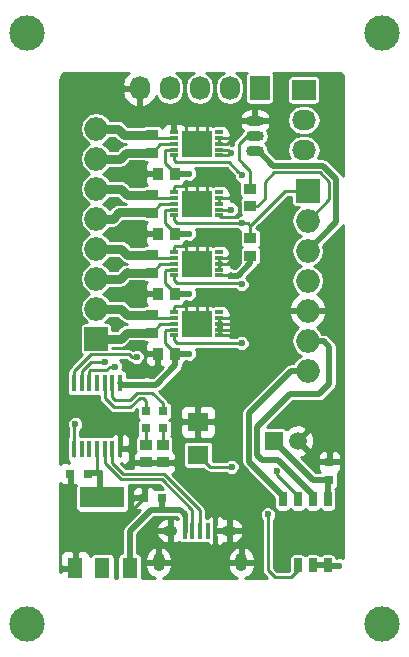
<source format=gtl>
G04 #@! TF.FileFunction,Copper,L1,Top,Signal*
%FSLAX46Y46*%
G04 Gerber Fmt 4.6, Leading zero omitted, Abs format (unit mm)*
G04 Created by KiCad (PCBNEW 4.0.4-stable) date 11/10/16 21:54:05*
%MOMM*%
%LPD*%
G01*
G04 APERTURE LIST*
%ADD10C,0.100000*%
%ADD11O,1.998980X1.998980*%
%ADD12R,1.998980X1.998980*%
%ADD13R,1.727200X2.032000*%
%ADD14O,1.727200X2.032000*%
%ADD15R,1.000760X0.899160*%
%ADD16R,0.899160X1.000760*%
%ADD17R,0.419100X1.470660*%
%ADD18R,0.797560X0.797560*%
%ADD19R,0.790000X0.300000*%
%ADD20R,2.600000X2.300000*%
%ADD21R,2.032000X1.727200*%
%ADD22O,2.032000X1.727200*%
%ADD23R,1.803400X1.600200*%
%ADD24R,0.635000X1.270000*%
%ADD25R,4.890000X2.940000*%
%ADD26C,0.400000*%
%ADD27R,0.750000X0.800000*%
%ADD28R,0.400000X1.350000*%
%ADD29O,1.250000X0.950000*%
%ADD30O,1.000000X1.550000*%
%ADD31C,3.000000*%
%ADD32R,0.800000X0.750000*%
%ADD33R,1.300480X1.800860*%
%ADD34R,3.799840X1.800860*%
%ADD35O,1.501140X0.899160*%
%ADD36R,1.500000X1.500000*%
%ADD37C,1.500000*%
%ADD38C,0.600000*%
%ADD39C,0.250000*%
%ADD40C,0.500000*%
%ADD41C,0.750000*%
%ADD42C,0.400000*%
%ADD43C,0.254000*%
G04 APERTURE END LIST*
D10*
D11*
X135811000Y-108250000D03*
D12*
X135811000Y-115870000D03*
D11*
X135811000Y-113330000D03*
X135811000Y-110790000D03*
X135811000Y-105710000D03*
X135811000Y-103170000D03*
X135811000Y-100630000D03*
X135811000Y-98090000D03*
D13*
X149654000Y-94661000D03*
D14*
X147114000Y-94661000D03*
X144574000Y-94661000D03*
X142034000Y-94661000D03*
X139494000Y-94661000D03*
D15*
X140510000Y-100111840D03*
X140510000Y-98608160D03*
D16*
X142531840Y-101900000D03*
X141028160Y-101900000D03*
D15*
X140510000Y-105191840D03*
X140510000Y-103688160D03*
D16*
X142531840Y-106980000D03*
X141028160Y-106980000D03*
D15*
X140510000Y-110271840D03*
X140510000Y-108768160D03*
D16*
X142531840Y-112060000D03*
X141028160Y-112060000D03*
D15*
X140510000Y-115351840D03*
X140510000Y-113848160D03*
D16*
X142531840Y-117140000D03*
X141028160Y-117140000D03*
D17*
X135880000Y-119600920D03*
X135229760Y-119600920D03*
X134579520Y-119600920D03*
X133929280Y-119600920D03*
X133929280Y-125199080D03*
X137830720Y-119600920D03*
X137180480Y-119600920D03*
X136530240Y-119600920D03*
X134579520Y-125199080D03*
X135229760Y-125199080D03*
X135880000Y-125199080D03*
X136530240Y-125199080D03*
X137180480Y-125199080D03*
X137830720Y-125199080D03*
D18*
X141450000Y-121971400D03*
X141450000Y-123470000D03*
X140030000Y-121971400D03*
X140030000Y-123470000D03*
D19*
X142400000Y-103440000D03*
X142400000Y-103940000D03*
X142400000Y-104440000D03*
X142400000Y-104940000D03*
X142400000Y-105440000D03*
X146240000Y-103440000D03*
X146240000Y-103940000D03*
X146240000Y-104440000D03*
X146240000Y-104940000D03*
X146240000Y-105440000D03*
D20*
X144320000Y-104440000D03*
D19*
X142400000Y-108520000D03*
X142400000Y-109020000D03*
X142400000Y-109520000D03*
X142400000Y-110020000D03*
X142400000Y-110520000D03*
X146240000Y-108520000D03*
X146240000Y-109020000D03*
X146240000Y-109520000D03*
X146240000Y-110020000D03*
X146240000Y-110520000D03*
D20*
X144320000Y-109520000D03*
D19*
X142400000Y-113600000D03*
X142400000Y-114100000D03*
X142400000Y-114600000D03*
X142400000Y-115100000D03*
X142400000Y-115600000D03*
X146240000Y-113600000D03*
X146240000Y-114100000D03*
X146240000Y-114600000D03*
X146240000Y-115100000D03*
X146240000Y-115600000D03*
D20*
X144320000Y-114600000D03*
D21*
X153390000Y-94820000D03*
D22*
X153390000Y-97360000D03*
X153390000Y-99900000D03*
D23*
X144430000Y-125697000D03*
X144430000Y-122903000D03*
D24*
X151615000Y-135074000D03*
X152885000Y-135074000D03*
X154155000Y-135074000D03*
X155425000Y-135074000D03*
X155425000Y-129486000D03*
X154155000Y-129486000D03*
X152885000Y-129486000D03*
X151615000Y-129486000D03*
D25*
X153520000Y-132280000D03*
D26*
X155020000Y-131530000D03*
X153520000Y-131530000D03*
X155020000Y-133030000D03*
X153520000Y-133030000D03*
X152020000Y-131530000D03*
X152020000Y-133030000D03*
D27*
X155570000Y-127810000D03*
X155570000Y-126310000D03*
D28*
X143299100Y-132117460D03*
X143949100Y-132117460D03*
X144599100Y-132117460D03*
X145249100Y-132117460D03*
X145899100Y-132117460D03*
D29*
X142099100Y-132117460D03*
X147099100Y-132117460D03*
D30*
X141099100Y-134817460D03*
X148099100Y-134817460D03*
D19*
X142400000Y-98360000D03*
X142400000Y-98860000D03*
X142400000Y-99360000D03*
X142400000Y-99860000D03*
X142400000Y-100360000D03*
X146240000Y-98360000D03*
X146240000Y-98860000D03*
X146240000Y-99360000D03*
X146240000Y-99860000D03*
X146240000Y-100360000D03*
D20*
X144320000Y-99360000D03*
D31*
X130000000Y-90000000D03*
X130000000Y-140000000D03*
X160000000Y-140000000D03*
X160000000Y-90000000D03*
D32*
X135130000Y-127290000D03*
X133630000Y-127290000D03*
X141400000Y-129360000D03*
X139900000Y-129360000D03*
D15*
X141450000Y-126340000D03*
X141450000Y-124836320D03*
X140030000Y-126340000D03*
X140030000Y-124836320D03*
D33*
X134048760Y-135319740D03*
X136350000Y-135319740D03*
X138651240Y-135319740D03*
D34*
X136350000Y-129320260D03*
D11*
X153720000Y-110970000D03*
D12*
X153720000Y-103350000D03*
D11*
X153720000Y-105890000D03*
X153720000Y-108430000D03*
X153720000Y-113510000D03*
X153720000Y-116050000D03*
X153720000Y-118590000D03*
D15*
X148830000Y-104681840D03*
X148830000Y-103178160D03*
D35*
X149260000Y-98700000D03*
X149260000Y-97430000D03*
X149260000Y-99970000D03*
D36*
X150866600Y-124523500D03*
D37*
X152866600Y-124523500D03*
D15*
X148880000Y-108861840D03*
X148880000Y-107358160D03*
D38*
X151752300Y-105092500D03*
X151752300Y-107226100D03*
X151790400Y-109575600D03*
X151828500Y-112585500D03*
X151612600Y-117919500D03*
X151650700Y-116332000D03*
X151612600Y-114096800D03*
X153760000Y-122310000D03*
X133260000Y-129260000D03*
X133470000Y-131260000D03*
X136140000Y-132780000D03*
X133580000Y-132760000D03*
X135300000Y-131660000D03*
X137410000Y-131640000D03*
X143700000Y-127420000D03*
X144950000Y-128770000D03*
X146410000Y-130240000D03*
X151080000Y-99920000D03*
X151050000Y-97470000D03*
X140460000Y-118670000D03*
X145350419Y-118145717D03*
X137270000Y-109790000D03*
X137270000Y-112080000D03*
X137180000Y-106810000D03*
X137270000Y-114440000D03*
X137180000Y-104350000D03*
X137210000Y-99440000D03*
X137210000Y-101900000D03*
X143310000Y-119120000D03*
X155590000Y-121130000D03*
X155590000Y-123560000D03*
X145209000Y-98598000D03*
X143431000Y-98598000D03*
X144320000Y-99360000D03*
X145209000Y-100122000D03*
X143431000Y-100122000D03*
X145209000Y-103678000D03*
X143431000Y-103678000D03*
X144320000Y-104440000D03*
X145209000Y-105202000D03*
X143431000Y-105202000D03*
X145209000Y-108758000D03*
X143431000Y-108758000D03*
X144320000Y-109520000D03*
X145209000Y-110282000D03*
X143431000Y-110282000D03*
X143431000Y-115362000D03*
X145209000Y-115362000D03*
X145209000Y-113838000D03*
X143431000Y-113838000D03*
X144320000Y-114600000D03*
X148160000Y-102030000D03*
X148169642Y-106065010D03*
X148130000Y-116251000D03*
X148130000Y-111278000D03*
X136140000Y-127280000D03*
X147240000Y-104940000D03*
X143700000Y-117140000D03*
X143700000Y-112060000D03*
X143700000Y-106980000D03*
X143700000Y-101900000D03*
X156400000Y-135080000D03*
X140079607Y-119756474D03*
X147241000Y-100122000D03*
X147233000Y-110528000D03*
X134033000Y-123109000D03*
X137398888Y-118255010D03*
X136526246Y-117819501D03*
X139240000Y-117400000D03*
X150340000Y-130750000D03*
X147280000Y-126720000D03*
X151094662Y-127075338D03*
D39*
X151752300Y-105092500D02*
X151752300Y-107226100D01*
X151828500Y-112585500D02*
X151828500Y-109613700D01*
X151828500Y-109613700D02*
X151790400Y-109575600D01*
X151650700Y-116332000D02*
X151650700Y-117881400D01*
X151650700Y-117881400D02*
X151612600Y-117919500D01*
X153720000Y-113510000D02*
X152199400Y-113510000D01*
X152199400Y-113510000D02*
X151612600Y-114096800D01*
X155590000Y-123560000D02*
X155010000Y-123560000D01*
X155010000Y-123560000D02*
X153760000Y-122310000D01*
X136140000Y-132780000D02*
X134620000Y-131260000D01*
X134620000Y-131260000D02*
X133470000Y-131260000D01*
X135300000Y-131660000D02*
X134680000Y-131660000D01*
X134680000Y-131660000D02*
X133580000Y-132760000D01*
X139900000Y-129360000D02*
X139875000Y-129360000D01*
X139875000Y-129360000D02*
X137595000Y-131640000D01*
X137595000Y-131640000D02*
X137410000Y-131640000D01*
X144950000Y-128770000D02*
X144950000Y-128670000D01*
X144950000Y-128670000D02*
X143700000Y-127420000D01*
X147099100Y-132117460D02*
X147099100Y-130929100D01*
X147099100Y-130929100D02*
X146410000Y-130240000D01*
X149260000Y-97430000D02*
X151010000Y-97430000D01*
X151010000Y-97430000D02*
X151050000Y-97470000D01*
X147580000Y-103940000D02*
X146885000Y-103940000D01*
X146885000Y-103940000D02*
X146240000Y-103940000D01*
X147980000Y-104340000D02*
X147580000Y-103940000D01*
X147980000Y-105170000D02*
X147980000Y-104340000D01*
X146365002Y-105565002D02*
X147584998Y-105565002D01*
X146240000Y-105440000D02*
X146365002Y-105565002D01*
X147584998Y-105565002D02*
X147980000Y-105170000D01*
X141028160Y-117140000D02*
X141028160Y-118101840D01*
X141028160Y-118101840D02*
X140460000Y-118670000D01*
X146885000Y-98860000D02*
X147410000Y-98860000D01*
X146240000Y-99360000D02*
X146885000Y-99360000D01*
X146885000Y-99360000D02*
X147385000Y-98860000D01*
X147385000Y-98860000D02*
X147410000Y-98860000D01*
X146240000Y-99360000D02*
X146240000Y-98860000D01*
X146240000Y-98860000D02*
X146885000Y-98860000D01*
X137270000Y-112080000D02*
X141008160Y-112080000D01*
X141008160Y-112080000D02*
X141028160Y-112060000D01*
X137180000Y-106810000D02*
X140858160Y-106810000D01*
X140858160Y-106810000D02*
X141028160Y-106980000D01*
X141028160Y-101900000D02*
X137210000Y-101900000D01*
X146240000Y-114600000D02*
X146240000Y-114100000D01*
X146240000Y-115100000D02*
X146240000Y-114600000D01*
X155570000Y-126310000D02*
X155570000Y-123580000D01*
X155570000Y-123580000D02*
X155590000Y-123560000D01*
X147249100Y-132117460D02*
X147099100Y-132117460D01*
X147170000Y-109235000D02*
X147170000Y-109090000D01*
X147170000Y-109090000D02*
X147170000Y-108520000D01*
X147170000Y-108735000D02*
X147170000Y-108520000D01*
X147170000Y-108520000D02*
X147170000Y-108319998D01*
X146240000Y-109520000D02*
X146885000Y-109520000D01*
X146885000Y-109520000D02*
X147170000Y-109235000D01*
X147770000Y-115600000D02*
X148520000Y-114850000D01*
X148520000Y-114850000D02*
X148520000Y-114100000D01*
X146240000Y-115600000D02*
X147770000Y-115600000D01*
X146240000Y-115100000D02*
X147520000Y-115100000D01*
X147520000Y-115100000D02*
X148520000Y-114100000D01*
X146240000Y-114100000D02*
X147900000Y-114100000D01*
X147900000Y-114100000D02*
X148520000Y-114100000D01*
X146240000Y-114600000D02*
X147400000Y-114600000D01*
X147400000Y-114600000D02*
X147900000Y-114100000D01*
X152958600Y-132280000D02*
X153640000Y-132280000D01*
X146240000Y-109520000D02*
X146240000Y-110020000D01*
X146240000Y-109020000D02*
X146240000Y-109520000D01*
X137843000Y-125776000D02*
X137843000Y-124027000D01*
X137843000Y-124027000D02*
X138070000Y-123800000D01*
X143431000Y-113838000D02*
X143431000Y-113070000D01*
X143431000Y-113070000D02*
X143431000Y-112822000D01*
X142400000Y-113600000D02*
X142400000Y-113200000D01*
X142400000Y-113200000D02*
X142530000Y-113070000D01*
X142530000Y-113070000D02*
X143431000Y-113070000D01*
X144320000Y-107742000D02*
X145209000Y-107742000D01*
X143431000Y-107742000D02*
X144320000Y-107742000D01*
X143431000Y-108758000D02*
X143431000Y-108000000D01*
X143431000Y-108000000D02*
X143431000Y-107742000D01*
X142400000Y-108520000D02*
X142400000Y-108120000D01*
X142400000Y-108120000D02*
X142520000Y-108000000D01*
X142520000Y-108000000D02*
X143431000Y-108000000D01*
X143431000Y-102662000D02*
X145209000Y-102662000D01*
X143431000Y-103678000D02*
X143431000Y-102920000D01*
X143431000Y-102920000D02*
X143431000Y-102662000D01*
X142400000Y-103440000D02*
X142400000Y-103040000D01*
X142400000Y-103040000D02*
X142520000Y-102920000D01*
X142520000Y-102920000D02*
X143431000Y-102920000D01*
X142400000Y-98360000D02*
X142400000Y-97570000D01*
X142400000Y-97570000D02*
X142515000Y-97455000D01*
X142515000Y-97455000D02*
X143431000Y-97455000D01*
X143431000Y-97455000D02*
X143431000Y-98598000D01*
X146240000Y-115100000D02*
X146240000Y-115600000D01*
X147170000Y-108319998D02*
X146592002Y-107742000D01*
X146592002Y-107742000D02*
X145209000Y-107742000D01*
X146240000Y-109020000D02*
X146885000Y-109020000D01*
X146885000Y-109020000D02*
X147170000Y-108735000D01*
X146240000Y-104440000D02*
X146240000Y-103940000D01*
X145209000Y-98598000D02*
X145209000Y-97455000D01*
X144320000Y-97455000D02*
X144320000Y-97709000D01*
X144320000Y-97709000D02*
X144320000Y-97960000D01*
X144320000Y-97960000D02*
X144320000Y-99360000D01*
X145209000Y-103678000D02*
X145209000Y-102662000D01*
X144320000Y-103040000D02*
X144320000Y-102662000D01*
X144320000Y-104440000D02*
X144320000Y-103040000D01*
X145209000Y-108333736D02*
X145209000Y-107742000D01*
X145209000Y-108758000D02*
X145209000Y-108333736D01*
X144320000Y-109520000D02*
X144320000Y-107742000D01*
X145209000Y-113838000D02*
X145209000Y-112822000D01*
X144320000Y-113200000D02*
X144320000Y-112822000D01*
X144320000Y-114600000D02*
X144320000Y-113200000D01*
X145209000Y-113838000D02*
X145082000Y-113838000D01*
X145082000Y-113838000D02*
X144320000Y-114600000D01*
X149560990Y-97430000D02*
X149260000Y-97430000D01*
X148169642Y-106065010D02*
X148642430Y-106065010D01*
X148642430Y-106065010D02*
X148880000Y-106302580D01*
X148880000Y-106302580D02*
X148880000Y-107358160D01*
X153720000Y-103350000D02*
X151832580Y-103350000D01*
X151832580Y-103350000D02*
X148880000Y-106302580D01*
X142580001Y-100940001D02*
X147070001Y-100940001D01*
X142400000Y-100360000D02*
X142400000Y-100760000D01*
X147860001Y-101730001D02*
X148160000Y-102030000D01*
X147070001Y-100940001D02*
X147860001Y-101730001D01*
X142400000Y-100760000D02*
X142580001Y-100940001D01*
X142625010Y-106065010D02*
X147745378Y-106065010D01*
X142400000Y-105840000D02*
X142625010Y-106065010D01*
X147745378Y-106065010D02*
X148169642Y-106065010D01*
X142400000Y-105440000D02*
X142400000Y-105840000D01*
X147622000Y-111171000D02*
X148130000Y-111278000D01*
X148130000Y-111171000D02*
X148130000Y-111278000D01*
X147622000Y-116251000D02*
X148130000Y-116251000D01*
X142651000Y-116251000D02*
X147622000Y-116251000D01*
X142400000Y-115600000D02*
X142400000Y-116000000D01*
X142400000Y-116000000D02*
X142651000Y-116251000D01*
X142651000Y-111171000D02*
X147622000Y-111171000D01*
X142400000Y-110520000D02*
X142400000Y-110920000D01*
X142400000Y-110920000D02*
X142651000Y-111171000D01*
D40*
X147233000Y-110528000D02*
X147802000Y-110528000D01*
X147802000Y-110528000D02*
X148880000Y-109450000D01*
X148880000Y-109450000D02*
X148880000Y-109370000D01*
X148880000Y-109370000D02*
X148880000Y-108861840D01*
X147233000Y-110528000D02*
X147233000Y-110508840D01*
X136140000Y-127980000D02*
X136140000Y-129110260D01*
X136140000Y-129110260D02*
X136350000Y-129320260D01*
X136140000Y-127280000D02*
X135140000Y-127280000D01*
D39*
X135140000Y-127280000D02*
X135130000Y-127290000D01*
X136140000Y-127280000D02*
X135880000Y-127020000D01*
X135880000Y-127020000D02*
X135880000Y-126610000D01*
X135880000Y-126610000D02*
X135880000Y-125199080D01*
D40*
X140079607Y-119756474D02*
X137986274Y-119756474D01*
X137986274Y-119756474D02*
X137840031Y-119610231D01*
X136140000Y-127280000D02*
X136140000Y-127980000D01*
X136140000Y-127980000D02*
X136140000Y-127660000D01*
D39*
X147100000Y-104940000D02*
X147240000Y-104940000D01*
X146242000Y-104940000D02*
X147100000Y-104940000D01*
D40*
X143700000Y-117140000D02*
X142531840Y-117140000D01*
X143700000Y-112060000D02*
X142531840Y-112060000D01*
X143700000Y-106980000D02*
X142531840Y-106980000D01*
X143700000Y-101900000D02*
X142531840Y-101900000D01*
X155425000Y-135074000D02*
X154155000Y-135074000D01*
X156400000Y-135080000D02*
X155431000Y-135080000D01*
X155431000Y-135080000D02*
X155425000Y-135074000D01*
X142531840Y-117140000D02*
X142531840Y-118140380D01*
X140503871Y-119756474D02*
X140079607Y-119756474D01*
X142531840Y-118140380D02*
X140915746Y-119756474D01*
X140915746Y-119756474D02*
X140503871Y-119756474D01*
D39*
X146240000Y-99860000D02*
X146979000Y-99860000D01*
X146979000Y-99860000D02*
X147241000Y-100122000D01*
X147241000Y-100122000D02*
X147003000Y-100360000D01*
X147003000Y-100360000D02*
X146909000Y-100360000D01*
X146909000Y-100360000D02*
X146240000Y-100360000D01*
X147225000Y-110520000D02*
X147098000Y-110520000D01*
X146240000Y-110520000D02*
X147098000Y-110520000D01*
X142400000Y-115100000D02*
X141769998Y-115100000D01*
X141769998Y-115100000D02*
X141679999Y-115189999D01*
X141679999Y-115189999D02*
X141679999Y-116237359D01*
X141679999Y-116237359D02*
X142531840Y-117089200D01*
X142531840Y-117089200D02*
X142531840Y-117140000D01*
X142400000Y-110020000D02*
X141769998Y-110020000D01*
X141769998Y-110020000D02*
X141653000Y-110136998D01*
X141653000Y-110136998D02*
X141653000Y-111130360D01*
X141653000Y-111130360D02*
X142531840Y-112009200D01*
X142531840Y-112009200D02*
X142531840Y-112060000D01*
X142400000Y-104940000D02*
X141755000Y-104940000D01*
X141679999Y-106077359D02*
X142531840Y-106929200D01*
X141755000Y-104940000D02*
X141679999Y-105015001D01*
X141679999Y-105015001D02*
X141679999Y-106077359D01*
X142531840Y-106929200D02*
X142531840Y-106980000D01*
X142400000Y-99860000D02*
X141755000Y-99860000D01*
X141755000Y-99860000D02*
X141679999Y-99935001D01*
X141679999Y-99935001D02*
X141679999Y-100997359D01*
X141679999Y-100997359D02*
X142531840Y-101849200D01*
X142531840Y-101849200D02*
X142531840Y-101900000D01*
D41*
X138408160Y-115351840D02*
X137890000Y-115870000D01*
X137890000Y-115870000D02*
X135811000Y-115870000D01*
X139259620Y-115351840D02*
X138408160Y-115351840D01*
X140510000Y-115351840D02*
X139259620Y-115351840D01*
X139259620Y-115351840D02*
X139249460Y-115362000D01*
D39*
X142400000Y-114600000D02*
X141261840Y-114600000D01*
X141261840Y-114600000D02*
X140510000Y-115351840D01*
D41*
X137900000Y-113330000D02*
X138418160Y-113848160D01*
X138418160Y-113848160D02*
X140510000Y-113848160D01*
X135811000Y-113330000D02*
X137900000Y-113330000D01*
D39*
X142400000Y-114100000D02*
X140761840Y-114100000D01*
X140761840Y-114100000D02*
X140510000Y-113848160D01*
D41*
X135811000Y-110790000D02*
X137224492Y-110790000D01*
X137224492Y-110790000D02*
X137234492Y-110800000D01*
X137234492Y-110800000D02*
X137860000Y-110800000D01*
X137860000Y-110800000D02*
X138390000Y-110270000D01*
X138390000Y-110270000D02*
X138391840Y-110271840D01*
X138391840Y-110271840D02*
X140510000Y-110271840D01*
D39*
X142400000Y-109520000D02*
X141261840Y-109520000D01*
X141261840Y-109520000D02*
X140510000Y-110271840D01*
D41*
X137950000Y-108250000D02*
X138468160Y-108768160D01*
X138468160Y-108768160D02*
X140510000Y-108768160D01*
X135811000Y-108250000D02*
X137950000Y-108250000D01*
D39*
X142400000Y-109020000D02*
X140761840Y-109020000D01*
X140761840Y-109020000D02*
X140510000Y-108768160D01*
D41*
X135811000Y-105710000D02*
X137224492Y-105710000D01*
X137224492Y-105710000D02*
X137744492Y-105190000D01*
X137744492Y-105190000D02*
X140508160Y-105190000D01*
X140508160Y-105190000D02*
X140510000Y-105191840D01*
D39*
X142400000Y-104440000D02*
X141261840Y-104440000D01*
X141261840Y-104440000D02*
X140510000Y-105191840D01*
D41*
X137880000Y-103170000D02*
X138398160Y-103688160D01*
X138398160Y-103688160D02*
X140510000Y-103688160D01*
X135811000Y-103170000D02*
X137880000Y-103170000D01*
D39*
X142400000Y-103940000D02*
X140761840Y-103940000D01*
X140761840Y-103940000D02*
X140510000Y-103688160D01*
D41*
X137860000Y-100630000D02*
X138378160Y-100111840D01*
X138378160Y-100111840D02*
X140510000Y-100111840D01*
X135811000Y-100630000D02*
X137860000Y-100630000D01*
D39*
X141261840Y-99360000D02*
X140510000Y-100111840D01*
X142400000Y-99360000D02*
X141261840Y-99360000D01*
D41*
X137660000Y-98090000D02*
X138178160Y-98608160D01*
X138178160Y-98608160D02*
X140510000Y-98608160D01*
X135811000Y-98090000D02*
X137660000Y-98090000D01*
D39*
X142400000Y-98860000D02*
X140761840Y-98860000D01*
X140761840Y-98860000D02*
X140510000Y-98608160D01*
X143949100Y-132117460D02*
X143949100Y-130379100D01*
X143949100Y-130379100D02*
X141360000Y-127790000D01*
X141360000Y-127790000D02*
X137890000Y-127790000D01*
X137890000Y-127790000D02*
X136530240Y-126430240D01*
X136530240Y-126430240D02*
X136530240Y-125199080D01*
X144599100Y-132117460D02*
X144599100Y-130392689D01*
X144599100Y-130392689D02*
X141546400Y-127339989D01*
X141546400Y-127339989D02*
X138129989Y-127339989D01*
X138129989Y-127339989D02*
X137180480Y-126390480D01*
X137180480Y-126390480D02*
X137180480Y-125199080D01*
X133941560Y-125776000D02*
X133941560Y-123200440D01*
X133941560Y-123200440D02*
X134033000Y-123109000D01*
X137398888Y-118255010D02*
X136974624Y-118255010D01*
X136974624Y-118255010D02*
X136689045Y-118540589D01*
X136689045Y-118540589D02*
X135304761Y-118540589D01*
X135304761Y-118540589D02*
X135229760Y-118615590D01*
X135229760Y-118615590D02*
X135229760Y-119600920D01*
X134579520Y-118615590D02*
X135375609Y-117819501D01*
X134579520Y-119600920D02*
X134579520Y-118615590D01*
X136101982Y-117819501D02*
X136526246Y-117819501D01*
X135375609Y-117819501D02*
X136101982Y-117819501D01*
X141450000Y-121971400D02*
X141450000Y-121322620D01*
X141450000Y-121322620D02*
X140577371Y-120449991D01*
X140577371Y-120449991D02*
X139303599Y-120449991D01*
X139303599Y-120449991D02*
X138673590Y-121080000D01*
X138673590Y-121080000D02*
X137410000Y-121080000D01*
X137410000Y-121080000D02*
X137180480Y-120850480D01*
X137180480Y-120850480D02*
X137180480Y-119600920D01*
X140030000Y-121971400D02*
X140030000Y-121180000D01*
X140030000Y-121180000D02*
X139750000Y-120900000D01*
X139750000Y-120900000D02*
X139490000Y-120900000D01*
X139490000Y-120900000D02*
X138721818Y-121668182D01*
X138721818Y-121668182D02*
X138721818Y-121688182D01*
X138721818Y-121688182D02*
X137318182Y-121688182D01*
X136530240Y-120900240D02*
X136530240Y-119600920D01*
X137318182Y-121688182D02*
X136530240Y-120900240D01*
X138815736Y-117400000D02*
X138610227Y-117194491D01*
X133929280Y-118615590D02*
X133929280Y-119600920D01*
X135350379Y-117194491D02*
X133929280Y-118615590D01*
X139240000Y-117400000D02*
X138815736Y-117400000D01*
X138610227Y-117194491D02*
X135350379Y-117194491D01*
D40*
X155570000Y-127810000D02*
X154153100Y-127810000D01*
X154153100Y-127810000D02*
X150866600Y-124523500D01*
X155425000Y-129486000D02*
X155425000Y-127955000D01*
X155425000Y-127955000D02*
X155570000Y-127810000D01*
D39*
X153005000Y-135074000D02*
X153005000Y-135391500D01*
X150340000Y-131174264D02*
X150340000Y-130750000D01*
X153005000Y-135391500D02*
X152316500Y-136080000D01*
X150940000Y-136080000D02*
X150340000Y-135480000D01*
X152316500Y-136080000D02*
X150940000Y-136080000D01*
X150340000Y-135480000D02*
X150340000Y-131174264D01*
X147280000Y-126720000D02*
X145453000Y-126720000D01*
X145453000Y-126720000D02*
X144430000Y-125697000D01*
X151094662Y-127378162D02*
X151094662Y-127075338D01*
X152885000Y-129486000D02*
X152885000Y-129168500D01*
X152885000Y-129168500D02*
X151094662Y-127378162D01*
D40*
X141430000Y-130360000D02*
X140440000Y-130360000D01*
X140440000Y-130360000D02*
X138651240Y-132148760D01*
X138651240Y-132148760D02*
X138651240Y-135319740D01*
X141430000Y-130360000D02*
X142950000Y-130360000D01*
X141430000Y-130360000D02*
X141400000Y-130330000D01*
X141400000Y-130330000D02*
X141400000Y-129360000D01*
X142950000Y-130360000D02*
X143299100Y-130709100D01*
X143299100Y-130709100D02*
X143299100Y-130879100D01*
D42*
X143299100Y-130879100D02*
X143299100Y-132117460D01*
D39*
X141450000Y-123470000D02*
X141450000Y-124836320D01*
X140030000Y-123470000D02*
X140030000Y-124836320D01*
D40*
X149819998Y-126110000D02*
X149450000Y-125740002D01*
X149450000Y-123319998D02*
X152209998Y-120560000D01*
X154155000Y-129486000D02*
X154155000Y-129075000D01*
X154155000Y-129075000D02*
X151190000Y-126110000D01*
X151190000Y-126110000D02*
X149819998Y-126110000D01*
X149450000Y-125740002D02*
X149450000Y-123319998D01*
X152209998Y-120560000D02*
X154720000Y-120560000D01*
X155560000Y-116560000D02*
X155080000Y-116080000D01*
X155560000Y-119720000D02*
X155560000Y-116560000D01*
X154720000Y-120560000D02*
X155560000Y-119720000D01*
X155080000Y-116080000D02*
X153750000Y-116080000D01*
X153750000Y-116080000D02*
X153720000Y-116050000D01*
X148749989Y-122146519D02*
X152306508Y-118590000D01*
X152306508Y-118590000D02*
X153720000Y-118590000D01*
X148749989Y-126303489D02*
X148749989Y-122146519D01*
X151615000Y-129168500D02*
X148749989Y-126303489D01*
X151615000Y-129486000D02*
X151615000Y-129168500D01*
D39*
X149438160Y-104681840D02*
X148830000Y-104681840D01*
X153720000Y-105890000D02*
X155570000Y-104040000D01*
X155570000Y-104040000D02*
X155570000Y-102616017D01*
X155570000Y-102616017D02*
X154753983Y-101800000D01*
X154753983Y-101800000D02*
X150890000Y-101800000D01*
X150090000Y-102600000D02*
X150090000Y-104030000D01*
X150890000Y-101800000D02*
X150090000Y-102600000D01*
X150090000Y-104030000D02*
X149438160Y-104681840D01*
D40*
X154992160Y-101224989D02*
X150815979Y-101224989D01*
X156145010Y-102377839D02*
X154992160Y-101224989D01*
X153720000Y-108430000D02*
X156145010Y-106004990D01*
X150815979Y-101224989D02*
X149560990Y-99970000D01*
X149560990Y-99970000D02*
X149260000Y-99970000D01*
X156145010Y-106004990D02*
X156145010Y-102377839D01*
D39*
X149260000Y-98700000D02*
X148560000Y-98700000D01*
X148560000Y-98700000D02*
X147870000Y-99390000D01*
X147870000Y-99390000D02*
X147870000Y-100690000D01*
X147870000Y-100690000D02*
X148260000Y-101080000D01*
X148260000Y-101080000D02*
X148270000Y-101080000D01*
X148270000Y-101080000D02*
X148830000Y-101640000D01*
X148830000Y-101640000D02*
X148830000Y-103178160D01*
X148790000Y-103018960D02*
X148630800Y-103178160D01*
X148630800Y-103178160D02*
X148580000Y-103178160D01*
D43*
G36*
X138202046Y-93746680D02*
X138008816Y-94299087D01*
X138153076Y-94534000D01*
X139367000Y-94534000D01*
X139367000Y-94514000D01*
X139621000Y-94514000D01*
X139621000Y-94534000D01*
X139641000Y-94534000D01*
X139641000Y-94788000D01*
X139621000Y-94788000D01*
X139621000Y-96147217D01*
X139853026Y-96268358D01*
X139868791Y-96265709D01*
X140396036Y-96011732D01*
X140785954Y-95575320D01*
X140881296Y-95302757D01*
X140884140Y-95317057D01*
X141153935Y-95720834D01*
X141557712Y-95990629D01*
X142034000Y-96085369D01*
X142510288Y-95990629D01*
X142914065Y-95720834D01*
X143183860Y-95317057D01*
X143278600Y-94840769D01*
X143278600Y-94481231D01*
X143183860Y-94004943D01*
X142914065Y-93601166D01*
X142533678Y-93347000D01*
X144074322Y-93347000D01*
X143693935Y-93601166D01*
X143424140Y-94004943D01*
X143329400Y-94481231D01*
X143329400Y-94840769D01*
X143424140Y-95317057D01*
X143693935Y-95720834D01*
X144097712Y-95990629D01*
X144574000Y-96085369D01*
X145050288Y-95990629D01*
X145454065Y-95720834D01*
X145723860Y-95317057D01*
X145818600Y-94840769D01*
X145818600Y-94481231D01*
X145723860Y-94004943D01*
X145454065Y-93601166D01*
X145073678Y-93347000D01*
X146614322Y-93347000D01*
X146233935Y-93601166D01*
X145964140Y-94004943D01*
X145869400Y-94481231D01*
X145869400Y-94840769D01*
X145964140Y-95317057D01*
X146233935Y-95720834D01*
X146637712Y-95990629D01*
X147114000Y-96085369D01*
X147590288Y-95990629D01*
X147994065Y-95720834D01*
X148263860Y-95317057D01*
X148358600Y-94840769D01*
X148358600Y-94481231D01*
X148263860Y-94004943D01*
X147994065Y-93601166D01*
X147613678Y-93347000D01*
X148549910Y-93347000D01*
X148519535Y-93366546D01*
X148432541Y-93493866D01*
X148401936Y-93645000D01*
X148401936Y-95677000D01*
X148428503Y-95818190D01*
X148511946Y-95947865D01*
X148639266Y-96034859D01*
X148790400Y-96065464D01*
X150517600Y-96065464D01*
X150658790Y-96038897D01*
X150788465Y-95955454D01*
X150875459Y-95828134D01*
X150906064Y-95677000D01*
X150906064Y-93956400D01*
X151985536Y-93956400D01*
X151985536Y-95683600D01*
X152012103Y-95824790D01*
X152095546Y-95954465D01*
X152222866Y-96041459D01*
X152374000Y-96072064D01*
X154406000Y-96072064D01*
X154547190Y-96045497D01*
X154676865Y-95962054D01*
X154763859Y-95834734D01*
X154794464Y-95683600D01*
X154794464Y-93956400D01*
X154767897Y-93815210D01*
X154684454Y-93685535D01*
X154557134Y-93598541D01*
X154406000Y-93567936D01*
X152374000Y-93567936D01*
X152232810Y-93594503D01*
X152103135Y-93677946D01*
X152016141Y-93805266D01*
X151985536Y-93956400D01*
X150906064Y-93956400D01*
X150906064Y-93645000D01*
X150879497Y-93503810D01*
X150796054Y-93374135D01*
X150756341Y-93347000D01*
X156257986Y-93347000D01*
X156434517Y-93382114D01*
X156616373Y-93503626D01*
X156713000Y-93648239D01*
X156713000Y-102113949D01*
X156591194Y-101931655D01*
X155438344Y-100778805D01*
X155233633Y-100642021D01*
X155221276Y-100639563D01*
X154992160Y-100593989D01*
X154574166Y-100593989D01*
X154719629Y-100376288D01*
X154814369Y-99900000D01*
X154719629Y-99423712D01*
X154449834Y-99019935D01*
X154046057Y-98750140D01*
X153569769Y-98655400D01*
X153210231Y-98655400D01*
X152733943Y-98750140D01*
X152330166Y-99019935D01*
X152060371Y-99423712D01*
X151965631Y-99900000D01*
X152060371Y-100376288D01*
X152205834Y-100593989D01*
X151077348Y-100593989D01*
X150403901Y-99920543D01*
X150350515Y-99652151D01*
X150170468Y-99382691D01*
X150099093Y-99335000D01*
X150170468Y-99287309D01*
X150350515Y-99017849D01*
X150413739Y-98700000D01*
X150350515Y-98382151D01*
X150257777Y-98243359D01*
X150417706Y-98107111D01*
X150604981Y-97723935D01*
X150478068Y-97557000D01*
X149387000Y-97557000D01*
X149387000Y-97577000D01*
X149133000Y-97577000D01*
X149133000Y-97557000D01*
X148041932Y-97557000D01*
X147915019Y-97723935D01*
X148102294Y-98107111D01*
X148262223Y-98243359D01*
X148184040Y-98360368D01*
X147512204Y-99032204D01*
X147402517Y-99196362D01*
X147364000Y-99390000D01*
X147364000Y-99441107D01*
X147245203Y-99441003D01*
X147172638Y-99392517D01*
X147154180Y-99388846D01*
X147173327Y-99369699D01*
X147270000Y-99136310D01*
X147270000Y-99083690D01*
X147173327Y-98850301D01*
X147108026Y-98785000D01*
X147111250Y-98785000D01*
X147270000Y-98626250D01*
X147270000Y-98583690D01*
X147173327Y-98350301D01*
X147021248Y-98198223D01*
X146996897Y-98068810D01*
X146913454Y-97939135D01*
X146786134Y-97852141D01*
X146635000Y-97821536D01*
X145845000Y-97821536D01*
X145728371Y-97843481D01*
X145620000Y-97821536D01*
X143304562Y-97821536D01*
X143154698Y-97671673D01*
X142921309Y-97575000D01*
X142685750Y-97575000D01*
X142527000Y-97733750D01*
X142527000Y-98285000D01*
X142547000Y-98285000D01*
X142547000Y-98321536D01*
X142253000Y-98321536D01*
X142253000Y-98285000D01*
X142273000Y-98285000D01*
X142273000Y-97733750D01*
X142114250Y-97575000D01*
X141878691Y-97575000D01*
X141645302Y-97671673D01*
X141466673Y-97850301D01*
X141380144Y-98059200D01*
X141372277Y-98017390D01*
X141288834Y-97887715D01*
X141161514Y-97800721D01*
X141010380Y-97770116D01*
X140009620Y-97770116D01*
X139868430Y-97796683D01*
X139782216Y-97852160D01*
X138491306Y-97852160D01*
X138194573Y-97555427D01*
X138163499Y-97534664D01*
X137949309Y-97391547D01*
X137790712Y-97360000D01*
X151965631Y-97360000D01*
X152060371Y-97836288D01*
X152330166Y-98240065D01*
X152733943Y-98509860D01*
X153210231Y-98604600D01*
X153569769Y-98604600D01*
X154046057Y-98509860D01*
X154449834Y-98240065D01*
X154719629Y-97836288D01*
X154814369Y-97360000D01*
X154719629Y-96883712D01*
X154449834Y-96479935D01*
X154046057Y-96210140D01*
X153569769Y-96115400D01*
X153210231Y-96115400D01*
X152733943Y-96210140D01*
X152330166Y-96479935D01*
X152060371Y-96883712D01*
X151965631Y-97360000D01*
X137790712Y-97360000D01*
X137660000Y-97334000D01*
X136952327Y-97334000D01*
X136820072Y-97136065D01*
X147915019Y-97136065D01*
X148041932Y-97303000D01*
X149133000Y-97303000D01*
X149133000Y-96345420D01*
X149387000Y-96345420D01*
X149387000Y-97303000D01*
X150478068Y-97303000D01*
X150604981Y-97136065D01*
X150417706Y-96752889D01*
X150093373Y-96476580D01*
X149687990Y-96345420D01*
X149387000Y-96345420D01*
X149133000Y-96345420D01*
X148832010Y-96345420D01*
X148426627Y-96476580D01*
X148102294Y-96752889D01*
X147915019Y-97136065D01*
X136820072Y-97136065D01*
X136787154Y-97086801D01*
X136339291Y-96787549D01*
X135811000Y-96682465D01*
X135282709Y-96787549D01*
X134834846Y-97086801D01*
X134535594Y-97534664D01*
X134430510Y-98062955D01*
X134430510Y-98117045D01*
X134535594Y-98645336D01*
X134834846Y-99093199D01*
X135234143Y-99360000D01*
X134834846Y-99626801D01*
X134535594Y-100074664D01*
X134430510Y-100602955D01*
X134430510Y-100657045D01*
X134535594Y-101185336D01*
X134834846Y-101633199D01*
X135234143Y-101900000D01*
X134834846Y-102166801D01*
X134535594Y-102614664D01*
X134430510Y-103142955D01*
X134430510Y-103197045D01*
X134535594Y-103725336D01*
X134834846Y-104173199D01*
X135234143Y-104440000D01*
X134834846Y-104706801D01*
X134535594Y-105154664D01*
X134430510Y-105682955D01*
X134430510Y-105737045D01*
X134535594Y-106265336D01*
X134834846Y-106713199D01*
X135234143Y-106980000D01*
X134834846Y-107246801D01*
X134535594Y-107694664D01*
X134430510Y-108222955D01*
X134430510Y-108277045D01*
X134535594Y-108805336D01*
X134834846Y-109253199D01*
X135234143Y-109520000D01*
X134834846Y-109786801D01*
X134535594Y-110234664D01*
X134430510Y-110762955D01*
X134430510Y-110817045D01*
X134535594Y-111345336D01*
X134834846Y-111793199D01*
X135234143Y-112060000D01*
X134834846Y-112326801D01*
X134535594Y-112774664D01*
X134430510Y-113302955D01*
X134430510Y-113357045D01*
X134535594Y-113885336D01*
X134834846Y-114333199D01*
X135057612Y-114482046D01*
X134811510Y-114482046D01*
X134670320Y-114508613D01*
X134540645Y-114592056D01*
X134453651Y-114719376D01*
X134423046Y-114870510D01*
X134423046Y-116869490D01*
X134449613Y-117010680D01*
X134533056Y-117140355D01*
X134625654Y-117203624D01*
X133571484Y-118257794D01*
X133461797Y-118421952D01*
X133423280Y-118615590D01*
X133423280Y-118624581D01*
X133361871Y-118714456D01*
X133331266Y-118865590D01*
X133331266Y-120336250D01*
X133357833Y-120477440D01*
X133441276Y-120607115D01*
X133568596Y-120694109D01*
X133719730Y-120724714D01*
X134138830Y-120724714D01*
X134258641Y-120702170D01*
X134369970Y-120724714D01*
X134789070Y-120724714D01*
X134908881Y-120702170D01*
X135020210Y-120724714D01*
X135439310Y-120724714D01*
X135559121Y-120702170D01*
X135670450Y-120724714D01*
X136024240Y-120724714D01*
X136024240Y-120900240D01*
X136062757Y-121093878D01*
X136172444Y-121258036D01*
X136960386Y-122045978D01*
X137124544Y-122155665D01*
X137318182Y-122194182D01*
X138721818Y-122194182D01*
X138915456Y-122155665D01*
X139079614Y-122045978D01*
X139119888Y-121985704D01*
X139242756Y-121862836D01*
X139242756Y-122370180D01*
X139269323Y-122511370D01*
X139352766Y-122641045D01*
X139470802Y-122721696D01*
X139360355Y-122792766D01*
X139273361Y-122920086D01*
X139242756Y-123071220D01*
X139242756Y-123868780D01*
X139269323Y-124009970D01*
X139310968Y-124074688D01*
X139258755Y-124108286D01*
X139171761Y-124235606D01*
X139141156Y-124386740D01*
X139141156Y-125285900D01*
X139156194Y-125365820D01*
X138991293Y-125530722D01*
X138894620Y-125764111D01*
X138894620Y-126054250D01*
X139053370Y-126213000D01*
X139903000Y-126213000D01*
X139903000Y-126193000D01*
X140157000Y-126193000D01*
X140157000Y-126213000D01*
X141323000Y-126213000D01*
X141323000Y-126193000D01*
X141577000Y-126193000D01*
X141577000Y-126213000D01*
X142426630Y-126213000D01*
X142585380Y-126054250D01*
X142585380Y-125764111D01*
X142488707Y-125530722D01*
X142322853Y-125364867D01*
X142338844Y-125285900D01*
X142338844Y-124896900D01*
X143139836Y-124896900D01*
X143139836Y-126497100D01*
X143166403Y-126638290D01*
X143249846Y-126767965D01*
X143377166Y-126854959D01*
X143528300Y-126885564D01*
X144902972Y-126885564D01*
X145095204Y-127077796D01*
X145259362Y-127187483D01*
X145453000Y-127226000D01*
X146822877Y-127226000D01*
X146893741Y-127296987D01*
X147143946Y-127400882D01*
X147414865Y-127401118D01*
X147665252Y-127297661D01*
X147856987Y-127106259D01*
X147960882Y-126856054D01*
X147961118Y-126585135D01*
X147857661Y-126334748D01*
X147666259Y-126143013D01*
X147416054Y-126039118D01*
X147145135Y-126038882D01*
X146894748Y-126142339D01*
X146822962Y-126214000D01*
X145720164Y-126214000D01*
X145720164Y-124896900D01*
X145693597Y-124755710D01*
X145610154Y-124626035D01*
X145482834Y-124539041D01*
X145331700Y-124508436D01*
X143528300Y-124508436D01*
X143387110Y-124535003D01*
X143257435Y-124618446D01*
X143170441Y-124745766D01*
X143139836Y-124896900D01*
X142338844Y-124896900D01*
X142338844Y-124386740D01*
X142312277Y-124245550D01*
X142228834Y-124115875D01*
X142169004Y-124074995D01*
X142206639Y-124019914D01*
X142237244Y-123868780D01*
X142237244Y-123188750D01*
X142893300Y-123188750D01*
X142893300Y-123829409D01*
X142989973Y-124062798D01*
X143168601Y-124241427D01*
X143401990Y-124338100D01*
X144144250Y-124338100D01*
X144303000Y-124179350D01*
X144303000Y-123030000D01*
X144557000Y-123030000D01*
X144557000Y-124179350D01*
X144715750Y-124338100D01*
X145458010Y-124338100D01*
X145691399Y-124241427D01*
X145870027Y-124062798D01*
X145966700Y-123829409D01*
X145966700Y-123188750D01*
X145807950Y-123030000D01*
X144557000Y-123030000D01*
X144303000Y-123030000D01*
X143052050Y-123030000D01*
X142893300Y-123188750D01*
X142237244Y-123188750D01*
X142237244Y-123071220D01*
X142210677Y-122930030D01*
X142127234Y-122800355D01*
X142009198Y-122719704D01*
X142119645Y-122648634D01*
X142206639Y-122521314D01*
X142237244Y-122370180D01*
X142237244Y-121976591D01*
X142893300Y-121976591D01*
X142893300Y-122617250D01*
X143052050Y-122776000D01*
X144303000Y-122776000D01*
X144303000Y-121626650D01*
X144557000Y-121626650D01*
X144557000Y-122776000D01*
X145807950Y-122776000D01*
X145966700Y-122617250D01*
X145966700Y-122146519D01*
X148118989Y-122146519D01*
X148118989Y-126303489D01*
X148160862Y-126514000D01*
X148167021Y-126544962D01*
X148303805Y-126749673D01*
X150909036Y-129354905D01*
X150909036Y-130121000D01*
X150935603Y-130262190D01*
X151019046Y-130391865D01*
X151146366Y-130478859D01*
X151297500Y-130509464D01*
X151932500Y-130509464D01*
X152073690Y-130482897D01*
X152203365Y-130399454D01*
X152250005Y-130331194D01*
X152289046Y-130391865D01*
X152416366Y-130478859D01*
X152567500Y-130509464D01*
X153202500Y-130509464D01*
X153343690Y-130482897D01*
X153473365Y-130399454D01*
X153520005Y-130331194D01*
X153559046Y-130391865D01*
X153686366Y-130478859D01*
X153837500Y-130509464D01*
X154472500Y-130509464D01*
X154613690Y-130482897D01*
X154743365Y-130399454D01*
X154790005Y-130331194D01*
X154829046Y-130391865D01*
X154956366Y-130478859D01*
X155107500Y-130509464D01*
X155742500Y-130509464D01*
X155883690Y-130482897D01*
X156013365Y-130399454D01*
X156100359Y-130272134D01*
X156130964Y-130121000D01*
X156130964Y-128851000D01*
X156104397Y-128709810D01*
X156056000Y-128634598D01*
X156056000Y-128577578D01*
X156086190Y-128571897D01*
X156215865Y-128488454D01*
X156302859Y-128361134D01*
X156333464Y-128210000D01*
X156333464Y-127410000D01*
X156306897Y-127268810D01*
X156296028Y-127251919D01*
X156304699Y-127248327D01*
X156483327Y-127069698D01*
X156580000Y-126836309D01*
X156580000Y-126595750D01*
X156421250Y-126437000D01*
X155697000Y-126437000D01*
X155697000Y-126457000D01*
X155443000Y-126457000D01*
X155443000Y-126437000D01*
X154718750Y-126437000D01*
X154560000Y-126595750D01*
X154560000Y-126836309D01*
X154656673Y-127069698D01*
X154765974Y-127179000D01*
X154414468Y-127179000D01*
X153132254Y-125896786D01*
X153212048Y-125892730D01*
X153475290Y-125783691D01*
X154560000Y-125783691D01*
X154560000Y-126024250D01*
X154718750Y-126183000D01*
X155443000Y-126183000D01*
X155443000Y-125433750D01*
X155697000Y-125433750D01*
X155697000Y-126183000D01*
X156421250Y-126183000D01*
X156580000Y-126024250D01*
X156580000Y-125783691D01*
X156483327Y-125550302D01*
X156304699Y-125371673D01*
X156071310Y-125275000D01*
X155855750Y-125275000D01*
X155697000Y-125433750D01*
X155443000Y-125433750D01*
X155284250Y-125275000D01*
X155068690Y-125275000D01*
X154835301Y-125371673D01*
X154656673Y-125550302D01*
X154560000Y-125783691D01*
X153475290Y-125783691D01*
X153590523Y-125735960D01*
X153658512Y-125495017D01*
X152866600Y-124703105D01*
X152852458Y-124717248D01*
X152672853Y-124537643D01*
X152686995Y-124523500D01*
X153046205Y-124523500D01*
X153838117Y-125315412D01*
X154079060Y-125247423D01*
X154263801Y-124728329D01*
X154235830Y-124178052D01*
X154079060Y-123799577D01*
X153838117Y-123731588D01*
X153046205Y-124523500D01*
X152686995Y-124523500D01*
X152672853Y-124509358D01*
X152852458Y-124329753D01*
X152866600Y-124343895D01*
X153658512Y-123551983D01*
X153590523Y-123311040D01*
X153071429Y-123126299D01*
X152521152Y-123154270D01*
X152142677Y-123311040D01*
X152074689Y-123551981D01*
X151959634Y-123436926D01*
X151894383Y-123502177D01*
X151767734Y-123415641D01*
X151616600Y-123385036D01*
X150277330Y-123385036D01*
X152471367Y-121191000D01*
X154720000Y-121191000D01*
X154961473Y-121142968D01*
X155166184Y-121006184D01*
X156006184Y-120166185D01*
X156142968Y-119961474D01*
X156156697Y-119892451D01*
X156191000Y-119720000D01*
X156191000Y-116560000D01*
X156142968Y-116318527D01*
X156088733Y-116237359D01*
X156006185Y-116113816D01*
X155526184Y-115633816D01*
X155321473Y-115497032D01*
X155306230Y-115494000D01*
X155080000Y-115449000D01*
X154964894Y-115449000D01*
X154696154Y-115046801D01*
X154516955Y-114927064D01*
X154575084Y-114902987D01*
X155043068Y-114469726D01*
X155309627Y-113890355D01*
X155190807Y-113637000D01*
X153847000Y-113637000D01*
X153847000Y-113657000D01*
X153593000Y-113657000D01*
X153593000Y-113637000D01*
X152249193Y-113637000D01*
X152130373Y-113890355D01*
X152396932Y-114469726D01*
X152864916Y-114902987D01*
X152923045Y-114927064D01*
X152743846Y-115046801D01*
X152444594Y-115494664D01*
X152339510Y-116022955D01*
X152339510Y-116077045D01*
X152444594Y-116605336D01*
X152743846Y-117053199D01*
X153143143Y-117320000D01*
X152743846Y-117586801D01*
X152495151Y-117959000D01*
X152306508Y-117959000D01*
X152109240Y-117998239D01*
X152065034Y-118007032D01*
X151860323Y-118143816D01*
X148303805Y-121700335D01*
X148167021Y-121905046D01*
X148118989Y-122146519D01*
X145966700Y-122146519D01*
X145966700Y-121976591D01*
X145870027Y-121743202D01*
X145691399Y-121564573D01*
X145458010Y-121467900D01*
X144715750Y-121467900D01*
X144557000Y-121626650D01*
X144303000Y-121626650D01*
X144144250Y-121467900D01*
X143401990Y-121467900D01*
X143168601Y-121564573D01*
X142989973Y-121743202D01*
X142893300Y-121976591D01*
X142237244Y-121976591D01*
X142237244Y-121572620D01*
X142210677Y-121431430D01*
X142127234Y-121301755D01*
X141999914Y-121214761D01*
X141931802Y-121200968D01*
X141917483Y-121128982D01*
X141807796Y-120964824D01*
X141172322Y-120329350D01*
X141361930Y-120202658D01*
X142978024Y-118586564D01*
X143114808Y-118381853D01*
X143126017Y-118325501D01*
X143162840Y-118140380D01*
X143162840Y-117976390D01*
X143252285Y-117918834D01*
X143339279Y-117791514D01*
X143343433Y-117771000D01*
X143443818Y-117771000D01*
X143563946Y-117820882D01*
X143834865Y-117821118D01*
X144085252Y-117717661D01*
X144276987Y-117526259D01*
X144380882Y-117276054D01*
X144381118Y-117005135D01*
X144278592Y-116757000D01*
X147672877Y-116757000D01*
X147743741Y-116827987D01*
X147993946Y-116931882D01*
X148264865Y-116932118D01*
X148515252Y-116828661D01*
X148706987Y-116637259D01*
X148810882Y-116387054D01*
X148811118Y-116116135D01*
X148707661Y-115865748D01*
X148516259Y-115674013D01*
X148266054Y-115570118D01*
X147995135Y-115569882D01*
X147744748Y-115673339D01*
X147672962Y-115745000D01*
X147181250Y-115745000D01*
X147111250Y-115675000D01*
X147108026Y-115675000D01*
X147173327Y-115609699D01*
X147270000Y-115376310D01*
X147270000Y-115323690D01*
X147177344Y-115100000D01*
X147270000Y-114876310D01*
X147270000Y-114823690D01*
X147177344Y-114600000D01*
X147270000Y-114376310D01*
X147270000Y-114323690D01*
X147173327Y-114090301D01*
X147108026Y-114025000D01*
X147111250Y-114025000D01*
X147270000Y-113866250D01*
X147270000Y-113823690D01*
X147173327Y-113590301D01*
X147021248Y-113438223D01*
X146996897Y-113308810D01*
X146913454Y-113179135D01*
X146786134Y-113092141D01*
X146635000Y-113061536D01*
X145845000Y-113061536D01*
X145728371Y-113083481D01*
X145620000Y-113061536D01*
X143304562Y-113061536D01*
X143154698Y-112911673D01*
X143145202Y-112907740D01*
X143252285Y-112838834D01*
X143339279Y-112711514D01*
X143343433Y-112691000D01*
X143443818Y-112691000D01*
X143563946Y-112740882D01*
X143834865Y-112741118D01*
X144085252Y-112637661D01*
X144276987Y-112446259D01*
X144380882Y-112196054D01*
X144381118Y-111925135D01*
X144278592Y-111677000D01*
X147566063Y-111677000D01*
X147743741Y-111854987D01*
X147993946Y-111958882D01*
X148264865Y-111959118D01*
X148515252Y-111855661D01*
X148706987Y-111664259D01*
X148810882Y-111414054D01*
X148811118Y-111143135D01*
X148707661Y-110892748D01*
X148518805Y-110703563D01*
X149326184Y-109896185D01*
X149462968Y-109691474D01*
X149464441Y-109684067D01*
X149521570Y-109673317D01*
X149651245Y-109589874D01*
X149738239Y-109462554D01*
X149768844Y-109311420D01*
X149768844Y-108412260D01*
X149742277Y-108271070D01*
X149658834Y-108141395D01*
X149613547Y-108110452D01*
X149651245Y-108086194D01*
X149738239Y-107958874D01*
X149768844Y-107807740D01*
X149768844Y-106908580D01*
X149742277Y-106767390D01*
X149658834Y-106637715D01*
X149531514Y-106550721D01*
X149386000Y-106521254D01*
X149386000Y-106512172D01*
X152042172Y-103856000D01*
X152332046Y-103856000D01*
X152332046Y-104349490D01*
X152358613Y-104490680D01*
X152442056Y-104620355D01*
X152569376Y-104707349D01*
X152720510Y-104737954D01*
X152966612Y-104737954D01*
X152743846Y-104886801D01*
X152444594Y-105334664D01*
X152339510Y-105862955D01*
X152339510Y-105917045D01*
X152444594Y-106445336D01*
X152743846Y-106893199D01*
X153143143Y-107160000D01*
X152743846Y-107426801D01*
X152444594Y-107874664D01*
X152339510Y-108402955D01*
X152339510Y-108457045D01*
X152444594Y-108985336D01*
X152743846Y-109433199D01*
X153143143Y-109700000D01*
X152743846Y-109966801D01*
X152444594Y-110414664D01*
X152339510Y-110942955D01*
X152339510Y-110997045D01*
X152444594Y-111525336D01*
X152743846Y-111973199D01*
X152923045Y-112092936D01*
X152864916Y-112117013D01*
X152396932Y-112550274D01*
X152130373Y-113129645D01*
X152249193Y-113383000D01*
X153593000Y-113383000D01*
X153593000Y-113363000D01*
X153847000Y-113363000D01*
X153847000Y-113383000D01*
X155190807Y-113383000D01*
X155309627Y-113129645D01*
X155043068Y-112550274D01*
X154575084Y-112117013D01*
X154516955Y-112092936D01*
X154696154Y-111973199D01*
X154995406Y-111525336D01*
X155100490Y-110997045D01*
X155100490Y-110942955D01*
X154995406Y-110414664D01*
X154696154Y-109966801D01*
X154296857Y-109700000D01*
X154696154Y-109433199D01*
X154995406Y-108985336D01*
X155100490Y-108457045D01*
X155100490Y-108402955D01*
X155023992Y-108018376D01*
X156591194Y-106451174D01*
X156713000Y-106268879D01*
X156713000Y-134472593D01*
X156536054Y-134399118D01*
X156265135Y-134398882D01*
X156143839Y-134449000D01*
X156130964Y-134449000D01*
X156130964Y-134439000D01*
X156104397Y-134297810D01*
X156020954Y-134168135D01*
X155893634Y-134081141D01*
X155742500Y-134050536D01*
X155107500Y-134050536D01*
X154966310Y-134077103D01*
X154836635Y-134160546D01*
X154789995Y-134228806D01*
X154750954Y-134168135D01*
X154623634Y-134081141D01*
X154472500Y-134050536D01*
X153837500Y-134050536D01*
X153696310Y-134077103D01*
X153566635Y-134160546D01*
X153519995Y-134228806D01*
X153480954Y-134168135D01*
X153353634Y-134081141D01*
X153202500Y-134050536D01*
X152567500Y-134050536D01*
X152426310Y-134077103D01*
X152296635Y-134160546D01*
X152209641Y-134287866D01*
X152179036Y-134439000D01*
X152179036Y-135501872D01*
X152106908Y-135574000D01*
X151149592Y-135574000D01*
X150846000Y-135270408D01*
X150846000Y-131207123D01*
X150916987Y-131136259D01*
X151020882Y-130886054D01*
X151021118Y-130615135D01*
X150917661Y-130364748D01*
X150726259Y-130173013D01*
X150476054Y-130069118D01*
X150205135Y-130068882D01*
X149954748Y-130172339D01*
X149763013Y-130363741D01*
X149659118Y-130613946D01*
X149658882Y-130884865D01*
X149762339Y-131135252D01*
X149834000Y-131207038D01*
X149834000Y-135480000D01*
X149872517Y-135673638D01*
X149982204Y-135837796D01*
X150310501Y-136166093D01*
X148441093Y-136166880D01*
X148811863Y-135984828D01*
X149099102Y-135644138D01*
X149234100Y-135219460D01*
X149234100Y-134944460D01*
X148226100Y-134944460D01*
X148226100Y-134964460D01*
X147972100Y-134964460D01*
X147972100Y-134944460D01*
X146964100Y-134944460D01*
X146964100Y-135219460D01*
X147099098Y-135644138D01*
X147386337Y-135984828D01*
X147757693Y-136167168D01*
X143406697Y-136169000D01*
X141436776Y-136169000D01*
X141811863Y-135984828D01*
X142099102Y-135644138D01*
X142234100Y-135219460D01*
X142234100Y-134944460D01*
X141226100Y-134944460D01*
X141226100Y-134964460D01*
X140972100Y-134964460D01*
X140972100Y-134944460D01*
X139964100Y-134944460D01*
X139964100Y-135219460D01*
X140099098Y-135644138D01*
X140386337Y-135984828D01*
X140761424Y-136169000D01*
X139689944Y-136169000D01*
X139689944Y-134419310D01*
X139689220Y-134415460D01*
X139964100Y-134415460D01*
X139964100Y-134690460D01*
X140972100Y-134690460D01*
X140972100Y-133574506D01*
X141226100Y-133574506D01*
X141226100Y-134690460D01*
X142234100Y-134690460D01*
X142234100Y-134415460D01*
X146964100Y-134415460D01*
X146964100Y-134690460D01*
X147972100Y-134690460D01*
X147972100Y-133574506D01*
X148226100Y-133574506D01*
X148226100Y-134690460D01*
X149234100Y-134690460D01*
X149234100Y-134415460D01*
X149099102Y-133990782D01*
X148811863Y-133650092D01*
X148400974Y-133448341D01*
X148226100Y-133574506D01*
X147972100Y-133574506D01*
X147797226Y-133448341D01*
X147386337Y-133650092D01*
X147099098Y-133990782D01*
X146964100Y-134415460D01*
X142234100Y-134415460D01*
X142099102Y-133990782D01*
X141811863Y-133650092D01*
X141400974Y-133448341D01*
X141226100Y-133574506D01*
X140972100Y-133574506D01*
X140797226Y-133448341D01*
X140386337Y-133650092D01*
X140099098Y-133990782D01*
X139964100Y-134415460D01*
X139689220Y-134415460D01*
X139663377Y-134278120D01*
X139579934Y-134148445D01*
X139452614Y-134061451D01*
X139301480Y-134030846D01*
X139282240Y-134030846D01*
X139282240Y-132415398D01*
X140879832Y-132415398D01*
X141063548Y-132789281D01*
X141388051Y-133077028D01*
X141797969Y-133218689D01*
X141972100Y-133070023D01*
X141972100Y-132244460D01*
X141006366Y-132244460D01*
X140879832Y-132415398D01*
X139282240Y-132415398D01*
X139282240Y-132410128D01*
X139872846Y-131819522D01*
X140879832Y-131819522D01*
X141006366Y-131990460D01*
X141972100Y-131990460D01*
X141972100Y-131164897D01*
X141797969Y-131016231D01*
X141388051Y-131157892D01*
X141063548Y-131445639D01*
X140879832Y-131819522D01*
X139872846Y-131819522D01*
X140701369Y-130991000D01*
X142688632Y-130991000D01*
X142690787Y-130993155D01*
X142716132Y-131120573D01*
X142718100Y-131123518D01*
X142718100Y-131126081D01*
X142400231Y-131016231D01*
X142226100Y-131164897D01*
X142226100Y-131990460D01*
X142246100Y-131990460D01*
X142246100Y-132244460D01*
X142226100Y-132244460D01*
X142226100Y-133070023D01*
X142400231Y-133218689D01*
X142810149Y-133077028D01*
X142823445Y-133065238D01*
X142947966Y-133150319D01*
X143099100Y-133180924D01*
X143499100Y-133180924D01*
X143628688Y-133156540D01*
X143749100Y-133180924D01*
X144149100Y-133180924D01*
X144278688Y-133156540D01*
X144399100Y-133180924D01*
X144799100Y-133180924D01*
X144928688Y-133156540D01*
X145049100Y-133180924D01*
X145189539Y-133180924D01*
X145339401Y-133330787D01*
X145572790Y-133427460D01*
X145640350Y-133427460D01*
X145799100Y-133268710D01*
X145799100Y-132955096D01*
X145806959Y-132943594D01*
X145837564Y-132792460D01*
X145837564Y-132415398D01*
X145879832Y-132415398D01*
X145999100Y-132658122D01*
X145999100Y-133268710D01*
X146157850Y-133427460D01*
X146225410Y-133427460D01*
X146458799Y-133330787D01*
X146629215Y-133160370D01*
X146797969Y-133218689D01*
X146972100Y-133070023D01*
X146972100Y-132244460D01*
X147226100Y-132244460D01*
X147226100Y-133070023D01*
X147400231Y-133218689D01*
X147810149Y-133077028D01*
X148134652Y-132789281D01*
X148318368Y-132415398D01*
X148191834Y-132244460D01*
X147226100Y-132244460D01*
X146972100Y-132244460D01*
X145999100Y-132244460D01*
X145999100Y-132254276D01*
X145879832Y-132415398D01*
X145837564Y-132415398D01*
X145837564Y-131819522D01*
X145879832Y-131819522D01*
X145999100Y-131980644D01*
X145999100Y-131990460D01*
X146972100Y-131990460D01*
X146972100Y-131164897D01*
X147226100Y-131164897D01*
X147226100Y-131990460D01*
X148191834Y-131990460D01*
X148318368Y-131819522D01*
X148134652Y-131445639D01*
X147810149Y-131157892D01*
X147400231Y-131016231D01*
X147226100Y-131164897D01*
X146972100Y-131164897D01*
X146797969Y-131016231D01*
X146629215Y-131074550D01*
X146458799Y-130904133D01*
X146225410Y-130807460D01*
X146157850Y-130807460D01*
X145999100Y-130966210D01*
X145999100Y-131576798D01*
X145879832Y-131819522D01*
X145837564Y-131819522D01*
X145837564Y-131442460D01*
X145810997Y-131301270D01*
X145799100Y-131282781D01*
X145799100Y-130966210D01*
X145640350Y-130807460D01*
X145572790Y-130807460D01*
X145339401Y-130904133D01*
X145189539Y-131053996D01*
X145105100Y-131053996D01*
X145105100Y-130392689D01*
X145066583Y-130199051D01*
X144956896Y-130034893D01*
X142267533Y-127345530D01*
X142310079Y-127327907D01*
X142488707Y-127149278D01*
X142585380Y-126915889D01*
X142585380Y-126625750D01*
X142426630Y-126467000D01*
X141577000Y-126467000D01*
X141577000Y-126487000D01*
X141323000Y-126487000D01*
X141323000Y-126467000D01*
X140157000Y-126467000D01*
X140157000Y-126487000D01*
X139903000Y-126487000D01*
X139903000Y-126467000D01*
X139053370Y-126467000D01*
X138894620Y-126625750D01*
X138894620Y-126833989D01*
X138339581Y-126833989D01*
X137957722Y-126452130D01*
X137957722Y-126432887D01*
X138094245Y-126569410D01*
X138166579Y-126569410D01*
X138399968Y-126472737D01*
X138578597Y-126294109D01*
X138675270Y-126060720D01*
X138675270Y-125484830D01*
X138516520Y-125326080D01*
X137935495Y-125326080D01*
X137935495Y-125346080D01*
X137778494Y-125346080D01*
X137778494Y-124463750D01*
X137751927Y-124322560D01*
X137725945Y-124282183D01*
X137725945Y-123987500D01*
X137935495Y-123987500D01*
X137935495Y-125072080D01*
X138516520Y-125072080D01*
X138675270Y-124913330D01*
X138675270Y-124337440D01*
X138578597Y-124104051D01*
X138399968Y-123925423D01*
X138166579Y-123828750D01*
X138094245Y-123828750D01*
X137935495Y-123987500D01*
X137725945Y-123987500D01*
X137567195Y-123828750D01*
X137494861Y-123828750D01*
X137261472Y-123925423D01*
X137111608Y-124075286D01*
X136970930Y-124075286D01*
X136851119Y-124097830D01*
X136739790Y-124075286D01*
X136320690Y-124075286D01*
X136200879Y-124097830D01*
X136089550Y-124075286D01*
X135670450Y-124075286D01*
X135550639Y-124097830D01*
X135439310Y-124075286D01*
X135020210Y-124075286D01*
X134900399Y-124097830D01*
X134789070Y-124075286D01*
X134447560Y-124075286D01*
X134447560Y-123657404D01*
X134609987Y-123495259D01*
X134713882Y-123245054D01*
X134714118Y-122974135D01*
X134610661Y-122723748D01*
X134419259Y-122532013D01*
X134169054Y-122428118D01*
X133898135Y-122427882D01*
X133647748Y-122531339D01*
X133456013Y-122722741D01*
X133352118Y-122972946D01*
X133351882Y-123243865D01*
X133435560Y-123446383D01*
X133435560Y-124204769D01*
X133361871Y-124312616D01*
X133331266Y-124463750D01*
X133331266Y-125934410D01*
X133357833Y-126075600D01*
X133441276Y-126205275D01*
X133550640Y-126280000D01*
X133502998Y-126280000D01*
X133502998Y-126438748D01*
X133344250Y-126280000D01*
X133103691Y-126280000D01*
X132870302Y-126376673D01*
X132751000Y-126495974D01*
X132751000Y-95022913D01*
X138008816Y-95022913D01*
X138202046Y-95575320D01*
X138591964Y-96011732D01*
X139119209Y-96265709D01*
X139134974Y-96268358D01*
X139367000Y-96147217D01*
X139367000Y-94788000D01*
X138153076Y-94788000D01*
X138008816Y-95022913D01*
X132751000Y-95022913D01*
X132751000Y-93942452D01*
X132802114Y-93685483D01*
X132923626Y-93503627D01*
X133105484Y-93382114D01*
X133282014Y-93347000D01*
X138559146Y-93347000D01*
X138202046Y-93746680D01*
X138202046Y-93746680D01*
G37*
X138202046Y-93746680D02*
X138008816Y-94299087D01*
X138153076Y-94534000D01*
X139367000Y-94534000D01*
X139367000Y-94514000D01*
X139621000Y-94514000D01*
X139621000Y-94534000D01*
X139641000Y-94534000D01*
X139641000Y-94788000D01*
X139621000Y-94788000D01*
X139621000Y-96147217D01*
X139853026Y-96268358D01*
X139868791Y-96265709D01*
X140396036Y-96011732D01*
X140785954Y-95575320D01*
X140881296Y-95302757D01*
X140884140Y-95317057D01*
X141153935Y-95720834D01*
X141557712Y-95990629D01*
X142034000Y-96085369D01*
X142510288Y-95990629D01*
X142914065Y-95720834D01*
X143183860Y-95317057D01*
X143278600Y-94840769D01*
X143278600Y-94481231D01*
X143183860Y-94004943D01*
X142914065Y-93601166D01*
X142533678Y-93347000D01*
X144074322Y-93347000D01*
X143693935Y-93601166D01*
X143424140Y-94004943D01*
X143329400Y-94481231D01*
X143329400Y-94840769D01*
X143424140Y-95317057D01*
X143693935Y-95720834D01*
X144097712Y-95990629D01*
X144574000Y-96085369D01*
X145050288Y-95990629D01*
X145454065Y-95720834D01*
X145723860Y-95317057D01*
X145818600Y-94840769D01*
X145818600Y-94481231D01*
X145723860Y-94004943D01*
X145454065Y-93601166D01*
X145073678Y-93347000D01*
X146614322Y-93347000D01*
X146233935Y-93601166D01*
X145964140Y-94004943D01*
X145869400Y-94481231D01*
X145869400Y-94840769D01*
X145964140Y-95317057D01*
X146233935Y-95720834D01*
X146637712Y-95990629D01*
X147114000Y-96085369D01*
X147590288Y-95990629D01*
X147994065Y-95720834D01*
X148263860Y-95317057D01*
X148358600Y-94840769D01*
X148358600Y-94481231D01*
X148263860Y-94004943D01*
X147994065Y-93601166D01*
X147613678Y-93347000D01*
X148549910Y-93347000D01*
X148519535Y-93366546D01*
X148432541Y-93493866D01*
X148401936Y-93645000D01*
X148401936Y-95677000D01*
X148428503Y-95818190D01*
X148511946Y-95947865D01*
X148639266Y-96034859D01*
X148790400Y-96065464D01*
X150517600Y-96065464D01*
X150658790Y-96038897D01*
X150788465Y-95955454D01*
X150875459Y-95828134D01*
X150906064Y-95677000D01*
X150906064Y-93956400D01*
X151985536Y-93956400D01*
X151985536Y-95683600D01*
X152012103Y-95824790D01*
X152095546Y-95954465D01*
X152222866Y-96041459D01*
X152374000Y-96072064D01*
X154406000Y-96072064D01*
X154547190Y-96045497D01*
X154676865Y-95962054D01*
X154763859Y-95834734D01*
X154794464Y-95683600D01*
X154794464Y-93956400D01*
X154767897Y-93815210D01*
X154684454Y-93685535D01*
X154557134Y-93598541D01*
X154406000Y-93567936D01*
X152374000Y-93567936D01*
X152232810Y-93594503D01*
X152103135Y-93677946D01*
X152016141Y-93805266D01*
X151985536Y-93956400D01*
X150906064Y-93956400D01*
X150906064Y-93645000D01*
X150879497Y-93503810D01*
X150796054Y-93374135D01*
X150756341Y-93347000D01*
X156257986Y-93347000D01*
X156434517Y-93382114D01*
X156616373Y-93503626D01*
X156713000Y-93648239D01*
X156713000Y-102113949D01*
X156591194Y-101931655D01*
X155438344Y-100778805D01*
X155233633Y-100642021D01*
X155221276Y-100639563D01*
X154992160Y-100593989D01*
X154574166Y-100593989D01*
X154719629Y-100376288D01*
X154814369Y-99900000D01*
X154719629Y-99423712D01*
X154449834Y-99019935D01*
X154046057Y-98750140D01*
X153569769Y-98655400D01*
X153210231Y-98655400D01*
X152733943Y-98750140D01*
X152330166Y-99019935D01*
X152060371Y-99423712D01*
X151965631Y-99900000D01*
X152060371Y-100376288D01*
X152205834Y-100593989D01*
X151077348Y-100593989D01*
X150403901Y-99920543D01*
X150350515Y-99652151D01*
X150170468Y-99382691D01*
X150099093Y-99335000D01*
X150170468Y-99287309D01*
X150350515Y-99017849D01*
X150413739Y-98700000D01*
X150350515Y-98382151D01*
X150257777Y-98243359D01*
X150417706Y-98107111D01*
X150604981Y-97723935D01*
X150478068Y-97557000D01*
X149387000Y-97557000D01*
X149387000Y-97577000D01*
X149133000Y-97577000D01*
X149133000Y-97557000D01*
X148041932Y-97557000D01*
X147915019Y-97723935D01*
X148102294Y-98107111D01*
X148262223Y-98243359D01*
X148184040Y-98360368D01*
X147512204Y-99032204D01*
X147402517Y-99196362D01*
X147364000Y-99390000D01*
X147364000Y-99441107D01*
X147245203Y-99441003D01*
X147172638Y-99392517D01*
X147154180Y-99388846D01*
X147173327Y-99369699D01*
X147270000Y-99136310D01*
X147270000Y-99083690D01*
X147173327Y-98850301D01*
X147108026Y-98785000D01*
X147111250Y-98785000D01*
X147270000Y-98626250D01*
X147270000Y-98583690D01*
X147173327Y-98350301D01*
X147021248Y-98198223D01*
X146996897Y-98068810D01*
X146913454Y-97939135D01*
X146786134Y-97852141D01*
X146635000Y-97821536D01*
X145845000Y-97821536D01*
X145728371Y-97843481D01*
X145620000Y-97821536D01*
X143304562Y-97821536D01*
X143154698Y-97671673D01*
X142921309Y-97575000D01*
X142685750Y-97575000D01*
X142527000Y-97733750D01*
X142527000Y-98285000D01*
X142547000Y-98285000D01*
X142547000Y-98321536D01*
X142253000Y-98321536D01*
X142253000Y-98285000D01*
X142273000Y-98285000D01*
X142273000Y-97733750D01*
X142114250Y-97575000D01*
X141878691Y-97575000D01*
X141645302Y-97671673D01*
X141466673Y-97850301D01*
X141380144Y-98059200D01*
X141372277Y-98017390D01*
X141288834Y-97887715D01*
X141161514Y-97800721D01*
X141010380Y-97770116D01*
X140009620Y-97770116D01*
X139868430Y-97796683D01*
X139782216Y-97852160D01*
X138491306Y-97852160D01*
X138194573Y-97555427D01*
X138163499Y-97534664D01*
X137949309Y-97391547D01*
X137790712Y-97360000D01*
X151965631Y-97360000D01*
X152060371Y-97836288D01*
X152330166Y-98240065D01*
X152733943Y-98509860D01*
X153210231Y-98604600D01*
X153569769Y-98604600D01*
X154046057Y-98509860D01*
X154449834Y-98240065D01*
X154719629Y-97836288D01*
X154814369Y-97360000D01*
X154719629Y-96883712D01*
X154449834Y-96479935D01*
X154046057Y-96210140D01*
X153569769Y-96115400D01*
X153210231Y-96115400D01*
X152733943Y-96210140D01*
X152330166Y-96479935D01*
X152060371Y-96883712D01*
X151965631Y-97360000D01*
X137790712Y-97360000D01*
X137660000Y-97334000D01*
X136952327Y-97334000D01*
X136820072Y-97136065D01*
X147915019Y-97136065D01*
X148041932Y-97303000D01*
X149133000Y-97303000D01*
X149133000Y-96345420D01*
X149387000Y-96345420D01*
X149387000Y-97303000D01*
X150478068Y-97303000D01*
X150604981Y-97136065D01*
X150417706Y-96752889D01*
X150093373Y-96476580D01*
X149687990Y-96345420D01*
X149387000Y-96345420D01*
X149133000Y-96345420D01*
X148832010Y-96345420D01*
X148426627Y-96476580D01*
X148102294Y-96752889D01*
X147915019Y-97136065D01*
X136820072Y-97136065D01*
X136787154Y-97086801D01*
X136339291Y-96787549D01*
X135811000Y-96682465D01*
X135282709Y-96787549D01*
X134834846Y-97086801D01*
X134535594Y-97534664D01*
X134430510Y-98062955D01*
X134430510Y-98117045D01*
X134535594Y-98645336D01*
X134834846Y-99093199D01*
X135234143Y-99360000D01*
X134834846Y-99626801D01*
X134535594Y-100074664D01*
X134430510Y-100602955D01*
X134430510Y-100657045D01*
X134535594Y-101185336D01*
X134834846Y-101633199D01*
X135234143Y-101900000D01*
X134834846Y-102166801D01*
X134535594Y-102614664D01*
X134430510Y-103142955D01*
X134430510Y-103197045D01*
X134535594Y-103725336D01*
X134834846Y-104173199D01*
X135234143Y-104440000D01*
X134834846Y-104706801D01*
X134535594Y-105154664D01*
X134430510Y-105682955D01*
X134430510Y-105737045D01*
X134535594Y-106265336D01*
X134834846Y-106713199D01*
X135234143Y-106980000D01*
X134834846Y-107246801D01*
X134535594Y-107694664D01*
X134430510Y-108222955D01*
X134430510Y-108277045D01*
X134535594Y-108805336D01*
X134834846Y-109253199D01*
X135234143Y-109520000D01*
X134834846Y-109786801D01*
X134535594Y-110234664D01*
X134430510Y-110762955D01*
X134430510Y-110817045D01*
X134535594Y-111345336D01*
X134834846Y-111793199D01*
X135234143Y-112060000D01*
X134834846Y-112326801D01*
X134535594Y-112774664D01*
X134430510Y-113302955D01*
X134430510Y-113357045D01*
X134535594Y-113885336D01*
X134834846Y-114333199D01*
X135057612Y-114482046D01*
X134811510Y-114482046D01*
X134670320Y-114508613D01*
X134540645Y-114592056D01*
X134453651Y-114719376D01*
X134423046Y-114870510D01*
X134423046Y-116869490D01*
X134449613Y-117010680D01*
X134533056Y-117140355D01*
X134625654Y-117203624D01*
X133571484Y-118257794D01*
X133461797Y-118421952D01*
X133423280Y-118615590D01*
X133423280Y-118624581D01*
X133361871Y-118714456D01*
X133331266Y-118865590D01*
X133331266Y-120336250D01*
X133357833Y-120477440D01*
X133441276Y-120607115D01*
X133568596Y-120694109D01*
X133719730Y-120724714D01*
X134138830Y-120724714D01*
X134258641Y-120702170D01*
X134369970Y-120724714D01*
X134789070Y-120724714D01*
X134908881Y-120702170D01*
X135020210Y-120724714D01*
X135439310Y-120724714D01*
X135559121Y-120702170D01*
X135670450Y-120724714D01*
X136024240Y-120724714D01*
X136024240Y-120900240D01*
X136062757Y-121093878D01*
X136172444Y-121258036D01*
X136960386Y-122045978D01*
X137124544Y-122155665D01*
X137318182Y-122194182D01*
X138721818Y-122194182D01*
X138915456Y-122155665D01*
X139079614Y-122045978D01*
X139119888Y-121985704D01*
X139242756Y-121862836D01*
X139242756Y-122370180D01*
X139269323Y-122511370D01*
X139352766Y-122641045D01*
X139470802Y-122721696D01*
X139360355Y-122792766D01*
X139273361Y-122920086D01*
X139242756Y-123071220D01*
X139242756Y-123868780D01*
X139269323Y-124009970D01*
X139310968Y-124074688D01*
X139258755Y-124108286D01*
X139171761Y-124235606D01*
X139141156Y-124386740D01*
X139141156Y-125285900D01*
X139156194Y-125365820D01*
X138991293Y-125530722D01*
X138894620Y-125764111D01*
X138894620Y-126054250D01*
X139053370Y-126213000D01*
X139903000Y-126213000D01*
X139903000Y-126193000D01*
X140157000Y-126193000D01*
X140157000Y-126213000D01*
X141323000Y-126213000D01*
X141323000Y-126193000D01*
X141577000Y-126193000D01*
X141577000Y-126213000D01*
X142426630Y-126213000D01*
X142585380Y-126054250D01*
X142585380Y-125764111D01*
X142488707Y-125530722D01*
X142322853Y-125364867D01*
X142338844Y-125285900D01*
X142338844Y-124896900D01*
X143139836Y-124896900D01*
X143139836Y-126497100D01*
X143166403Y-126638290D01*
X143249846Y-126767965D01*
X143377166Y-126854959D01*
X143528300Y-126885564D01*
X144902972Y-126885564D01*
X145095204Y-127077796D01*
X145259362Y-127187483D01*
X145453000Y-127226000D01*
X146822877Y-127226000D01*
X146893741Y-127296987D01*
X147143946Y-127400882D01*
X147414865Y-127401118D01*
X147665252Y-127297661D01*
X147856987Y-127106259D01*
X147960882Y-126856054D01*
X147961118Y-126585135D01*
X147857661Y-126334748D01*
X147666259Y-126143013D01*
X147416054Y-126039118D01*
X147145135Y-126038882D01*
X146894748Y-126142339D01*
X146822962Y-126214000D01*
X145720164Y-126214000D01*
X145720164Y-124896900D01*
X145693597Y-124755710D01*
X145610154Y-124626035D01*
X145482834Y-124539041D01*
X145331700Y-124508436D01*
X143528300Y-124508436D01*
X143387110Y-124535003D01*
X143257435Y-124618446D01*
X143170441Y-124745766D01*
X143139836Y-124896900D01*
X142338844Y-124896900D01*
X142338844Y-124386740D01*
X142312277Y-124245550D01*
X142228834Y-124115875D01*
X142169004Y-124074995D01*
X142206639Y-124019914D01*
X142237244Y-123868780D01*
X142237244Y-123188750D01*
X142893300Y-123188750D01*
X142893300Y-123829409D01*
X142989973Y-124062798D01*
X143168601Y-124241427D01*
X143401990Y-124338100D01*
X144144250Y-124338100D01*
X144303000Y-124179350D01*
X144303000Y-123030000D01*
X144557000Y-123030000D01*
X144557000Y-124179350D01*
X144715750Y-124338100D01*
X145458010Y-124338100D01*
X145691399Y-124241427D01*
X145870027Y-124062798D01*
X145966700Y-123829409D01*
X145966700Y-123188750D01*
X145807950Y-123030000D01*
X144557000Y-123030000D01*
X144303000Y-123030000D01*
X143052050Y-123030000D01*
X142893300Y-123188750D01*
X142237244Y-123188750D01*
X142237244Y-123071220D01*
X142210677Y-122930030D01*
X142127234Y-122800355D01*
X142009198Y-122719704D01*
X142119645Y-122648634D01*
X142206639Y-122521314D01*
X142237244Y-122370180D01*
X142237244Y-121976591D01*
X142893300Y-121976591D01*
X142893300Y-122617250D01*
X143052050Y-122776000D01*
X144303000Y-122776000D01*
X144303000Y-121626650D01*
X144557000Y-121626650D01*
X144557000Y-122776000D01*
X145807950Y-122776000D01*
X145966700Y-122617250D01*
X145966700Y-122146519D01*
X148118989Y-122146519D01*
X148118989Y-126303489D01*
X148160862Y-126514000D01*
X148167021Y-126544962D01*
X148303805Y-126749673D01*
X150909036Y-129354905D01*
X150909036Y-130121000D01*
X150935603Y-130262190D01*
X151019046Y-130391865D01*
X151146366Y-130478859D01*
X151297500Y-130509464D01*
X151932500Y-130509464D01*
X152073690Y-130482897D01*
X152203365Y-130399454D01*
X152250005Y-130331194D01*
X152289046Y-130391865D01*
X152416366Y-130478859D01*
X152567500Y-130509464D01*
X153202500Y-130509464D01*
X153343690Y-130482897D01*
X153473365Y-130399454D01*
X153520005Y-130331194D01*
X153559046Y-130391865D01*
X153686366Y-130478859D01*
X153837500Y-130509464D01*
X154472500Y-130509464D01*
X154613690Y-130482897D01*
X154743365Y-130399454D01*
X154790005Y-130331194D01*
X154829046Y-130391865D01*
X154956366Y-130478859D01*
X155107500Y-130509464D01*
X155742500Y-130509464D01*
X155883690Y-130482897D01*
X156013365Y-130399454D01*
X156100359Y-130272134D01*
X156130964Y-130121000D01*
X156130964Y-128851000D01*
X156104397Y-128709810D01*
X156056000Y-128634598D01*
X156056000Y-128577578D01*
X156086190Y-128571897D01*
X156215865Y-128488454D01*
X156302859Y-128361134D01*
X156333464Y-128210000D01*
X156333464Y-127410000D01*
X156306897Y-127268810D01*
X156296028Y-127251919D01*
X156304699Y-127248327D01*
X156483327Y-127069698D01*
X156580000Y-126836309D01*
X156580000Y-126595750D01*
X156421250Y-126437000D01*
X155697000Y-126437000D01*
X155697000Y-126457000D01*
X155443000Y-126457000D01*
X155443000Y-126437000D01*
X154718750Y-126437000D01*
X154560000Y-126595750D01*
X154560000Y-126836309D01*
X154656673Y-127069698D01*
X154765974Y-127179000D01*
X154414468Y-127179000D01*
X153132254Y-125896786D01*
X153212048Y-125892730D01*
X153475290Y-125783691D01*
X154560000Y-125783691D01*
X154560000Y-126024250D01*
X154718750Y-126183000D01*
X155443000Y-126183000D01*
X155443000Y-125433750D01*
X155697000Y-125433750D01*
X155697000Y-126183000D01*
X156421250Y-126183000D01*
X156580000Y-126024250D01*
X156580000Y-125783691D01*
X156483327Y-125550302D01*
X156304699Y-125371673D01*
X156071310Y-125275000D01*
X155855750Y-125275000D01*
X155697000Y-125433750D01*
X155443000Y-125433750D01*
X155284250Y-125275000D01*
X155068690Y-125275000D01*
X154835301Y-125371673D01*
X154656673Y-125550302D01*
X154560000Y-125783691D01*
X153475290Y-125783691D01*
X153590523Y-125735960D01*
X153658512Y-125495017D01*
X152866600Y-124703105D01*
X152852458Y-124717248D01*
X152672853Y-124537643D01*
X152686995Y-124523500D01*
X153046205Y-124523500D01*
X153838117Y-125315412D01*
X154079060Y-125247423D01*
X154263801Y-124728329D01*
X154235830Y-124178052D01*
X154079060Y-123799577D01*
X153838117Y-123731588D01*
X153046205Y-124523500D01*
X152686995Y-124523500D01*
X152672853Y-124509358D01*
X152852458Y-124329753D01*
X152866600Y-124343895D01*
X153658512Y-123551983D01*
X153590523Y-123311040D01*
X153071429Y-123126299D01*
X152521152Y-123154270D01*
X152142677Y-123311040D01*
X152074689Y-123551981D01*
X151959634Y-123436926D01*
X151894383Y-123502177D01*
X151767734Y-123415641D01*
X151616600Y-123385036D01*
X150277330Y-123385036D01*
X152471367Y-121191000D01*
X154720000Y-121191000D01*
X154961473Y-121142968D01*
X155166184Y-121006184D01*
X156006184Y-120166185D01*
X156142968Y-119961474D01*
X156156697Y-119892451D01*
X156191000Y-119720000D01*
X156191000Y-116560000D01*
X156142968Y-116318527D01*
X156088733Y-116237359D01*
X156006185Y-116113816D01*
X155526184Y-115633816D01*
X155321473Y-115497032D01*
X155306230Y-115494000D01*
X155080000Y-115449000D01*
X154964894Y-115449000D01*
X154696154Y-115046801D01*
X154516955Y-114927064D01*
X154575084Y-114902987D01*
X155043068Y-114469726D01*
X155309627Y-113890355D01*
X155190807Y-113637000D01*
X153847000Y-113637000D01*
X153847000Y-113657000D01*
X153593000Y-113657000D01*
X153593000Y-113637000D01*
X152249193Y-113637000D01*
X152130373Y-113890355D01*
X152396932Y-114469726D01*
X152864916Y-114902987D01*
X152923045Y-114927064D01*
X152743846Y-115046801D01*
X152444594Y-115494664D01*
X152339510Y-116022955D01*
X152339510Y-116077045D01*
X152444594Y-116605336D01*
X152743846Y-117053199D01*
X153143143Y-117320000D01*
X152743846Y-117586801D01*
X152495151Y-117959000D01*
X152306508Y-117959000D01*
X152109240Y-117998239D01*
X152065034Y-118007032D01*
X151860323Y-118143816D01*
X148303805Y-121700335D01*
X148167021Y-121905046D01*
X148118989Y-122146519D01*
X145966700Y-122146519D01*
X145966700Y-121976591D01*
X145870027Y-121743202D01*
X145691399Y-121564573D01*
X145458010Y-121467900D01*
X144715750Y-121467900D01*
X144557000Y-121626650D01*
X144303000Y-121626650D01*
X144144250Y-121467900D01*
X143401990Y-121467900D01*
X143168601Y-121564573D01*
X142989973Y-121743202D01*
X142893300Y-121976591D01*
X142237244Y-121976591D01*
X142237244Y-121572620D01*
X142210677Y-121431430D01*
X142127234Y-121301755D01*
X141999914Y-121214761D01*
X141931802Y-121200968D01*
X141917483Y-121128982D01*
X141807796Y-120964824D01*
X141172322Y-120329350D01*
X141361930Y-120202658D01*
X142978024Y-118586564D01*
X143114808Y-118381853D01*
X143126017Y-118325501D01*
X143162840Y-118140380D01*
X143162840Y-117976390D01*
X143252285Y-117918834D01*
X143339279Y-117791514D01*
X143343433Y-117771000D01*
X143443818Y-117771000D01*
X143563946Y-117820882D01*
X143834865Y-117821118D01*
X144085252Y-117717661D01*
X144276987Y-117526259D01*
X144380882Y-117276054D01*
X144381118Y-117005135D01*
X144278592Y-116757000D01*
X147672877Y-116757000D01*
X147743741Y-116827987D01*
X147993946Y-116931882D01*
X148264865Y-116932118D01*
X148515252Y-116828661D01*
X148706987Y-116637259D01*
X148810882Y-116387054D01*
X148811118Y-116116135D01*
X148707661Y-115865748D01*
X148516259Y-115674013D01*
X148266054Y-115570118D01*
X147995135Y-115569882D01*
X147744748Y-115673339D01*
X147672962Y-115745000D01*
X147181250Y-115745000D01*
X147111250Y-115675000D01*
X147108026Y-115675000D01*
X147173327Y-115609699D01*
X147270000Y-115376310D01*
X147270000Y-115323690D01*
X147177344Y-115100000D01*
X147270000Y-114876310D01*
X147270000Y-114823690D01*
X147177344Y-114600000D01*
X147270000Y-114376310D01*
X147270000Y-114323690D01*
X147173327Y-114090301D01*
X147108026Y-114025000D01*
X147111250Y-114025000D01*
X147270000Y-113866250D01*
X147270000Y-113823690D01*
X147173327Y-113590301D01*
X147021248Y-113438223D01*
X146996897Y-113308810D01*
X146913454Y-113179135D01*
X146786134Y-113092141D01*
X146635000Y-113061536D01*
X145845000Y-113061536D01*
X145728371Y-113083481D01*
X145620000Y-113061536D01*
X143304562Y-113061536D01*
X143154698Y-112911673D01*
X143145202Y-112907740D01*
X143252285Y-112838834D01*
X143339279Y-112711514D01*
X143343433Y-112691000D01*
X143443818Y-112691000D01*
X143563946Y-112740882D01*
X143834865Y-112741118D01*
X144085252Y-112637661D01*
X144276987Y-112446259D01*
X144380882Y-112196054D01*
X144381118Y-111925135D01*
X144278592Y-111677000D01*
X147566063Y-111677000D01*
X147743741Y-111854987D01*
X147993946Y-111958882D01*
X148264865Y-111959118D01*
X148515252Y-111855661D01*
X148706987Y-111664259D01*
X148810882Y-111414054D01*
X148811118Y-111143135D01*
X148707661Y-110892748D01*
X148518805Y-110703563D01*
X149326184Y-109896185D01*
X149462968Y-109691474D01*
X149464441Y-109684067D01*
X149521570Y-109673317D01*
X149651245Y-109589874D01*
X149738239Y-109462554D01*
X149768844Y-109311420D01*
X149768844Y-108412260D01*
X149742277Y-108271070D01*
X149658834Y-108141395D01*
X149613547Y-108110452D01*
X149651245Y-108086194D01*
X149738239Y-107958874D01*
X149768844Y-107807740D01*
X149768844Y-106908580D01*
X149742277Y-106767390D01*
X149658834Y-106637715D01*
X149531514Y-106550721D01*
X149386000Y-106521254D01*
X149386000Y-106512172D01*
X152042172Y-103856000D01*
X152332046Y-103856000D01*
X152332046Y-104349490D01*
X152358613Y-104490680D01*
X152442056Y-104620355D01*
X152569376Y-104707349D01*
X152720510Y-104737954D01*
X152966612Y-104737954D01*
X152743846Y-104886801D01*
X152444594Y-105334664D01*
X152339510Y-105862955D01*
X152339510Y-105917045D01*
X152444594Y-106445336D01*
X152743846Y-106893199D01*
X153143143Y-107160000D01*
X152743846Y-107426801D01*
X152444594Y-107874664D01*
X152339510Y-108402955D01*
X152339510Y-108457045D01*
X152444594Y-108985336D01*
X152743846Y-109433199D01*
X153143143Y-109700000D01*
X152743846Y-109966801D01*
X152444594Y-110414664D01*
X152339510Y-110942955D01*
X152339510Y-110997045D01*
X152444594Y-111525336D01*
X152743846Y-111973199D01*
X152923045Y-112092936D01*
X152864916Y-112117013D01*
X152396932Y-112550274D01*
X152130373Y-113129645D01*
X152249193Y-113383000D01*
X153593000Y-113383000D01*
X153593000Y-113363000D01*
X153847000Y-113363000D01*
X153847000Y-113383000D01*
X155190807Y-113383000D01*
X155309627Y-113129645D01*
X155043068Y-112550274D01*
X154575084Y-112117013D01*
X154516955Y-112092936D01*
X154696154Y-111973199D01*
X154995406Y-111525336D01*
X155100490Y-110997045D01*
X155100490Y-110942955D01*
X154995406Y-110414664D01*
X154696154Y-109966801D01*
X154296857Y-109700000D01*
X154696154Y-109433199D01*
X154995406Y-108985336D01*
X155100490Y-108457045D01*
X155100490Y-108402955D01*
X155023992Y-108018376D01*
X156591194Y-106451174D01*
X156713000Y-106268879D01*
X156713000Y-134472593D01*
X156536054Y-134399118D01*
X156265135Y-134398882D01*
X156143839Y-134449000D01*
X156130964Y-134449000D01*
X156130964Y-134439000D01*
X156104397Y-134297810D01*
X156020954Y-134168135D01*
X155893634Y-134081141D01*
X155742500Y-134050536D01*
X155107500Y-134050536D01*
X154966310Y-134077103D01*
X154836635Y-134160546D01*
X154789995Y-134228806D01*
X154750954Y-134168135D01*
X154623634Y-134081141D01*
X154472500Y-134050536D01*
X153837500Y-134050536D01*
X153696310Y-134077103D01*
X153566635Y-134160546D01*
X153519995Y-134228806D01*
X153480954Y-134168135D01*
X153353634Y-134081141D01*
X153202500Y-134050536D01*
X152567500Y-134050536D01*
X152426310Y-134077103D01*
X152296635Y-134160546D01*
X152209641Y-134287866D01*
X152179036Y-134439000D01*
X152179036Y-135501872D01*
X152106908Y-135574000D01*
X151149592Y-135574000D01*
X150846000Y-135270408D01*
X150846000Y-131207123D01*
X150916987Y-131136259D01*
X151020882Y-130886054D01*
X151021118Y-130615135D01*
X150917661Y-130364748D01*
X150726259Y-130173013D01*
X150476054Y-130069118D01*
X150205135Y-130068882D01*
X149954748Y-130172339D01*
X149763013Y-130363741D01*
X149659118Y-130613946D01*
X149658882Y-130884865D01*
X149762339Y-131135252D01*
X149834000Y-131207038D01*
X149834000Y-135480000D01*
X149872517Y-135673638D01*
X149982204Y-135837796D01*
X150310501Y-136166093D01*
X148441093Y-136166880D01*
X148811863Y-135984828D01*
X149099102Y-135644138D01*
X149234100Y-135219460D01*
X149234100Y-134944460D01*
X148226100Y-134944460D01*
X148226100Y-134964460D01*
X147972100Y-134964460D01*
X147972100Y-134944460D01*
X146964100Y-134944460D01*
X146964100Y-135219460D01*
X147099098Y-135644138D01*
X147386337Y-135984828D01*
X147757693Y-136167168D01*
X143406697Y-136169000D01*
X141436776Y-136169000D01*
X141811863Y-135984828D01*
X142099102Y-135644138D01*
X142234100Y-135219460D01*
X142234100Y-134944460D01*
X141226100Y-134944460D01*
X141226100Y-134964460D01*
X140972100Y-134964460D01*
X140972100Y-134944460D01*
X139964100Y-134944460D01*
X139964100Y-135219460D01*
X140099098Y-135644138D01*
X140386337Y-135984828D01*
X140761424Y-136169000D01*
X139689944Y-136169000D01*
X139689944Y-134419310D01*
X139689220Y-134415460D01*
X139964100Y-134415460D01*
X139964100Y-134690460D01*
X140972100Y-134690460D01*
X140972100Y-133574506D01*
X141226100Y-133574506D01*
X141226100Y-134690460D01*
X142234100Y-134690460D01*
X142234100Y-134415460D01*
X146964100Y-134415460D01*
X146964100Y-134690460D01*
X147972100Y-134690460D01*
X147972100Y-133574506D01*
X148226100Y-133574506D01*
X148226100Y-134690460D01*
X149234100Y-134690460D01*
X149234100Y-134415460D01*
X149099102Y-133990782D01*
X148811863Y-133650092D01*
X148400974Y-133448341D01*
X148226100Y-133574506D01*
X147972100Y-133574506D01*
X147797226Y-133448341D01*
X147386337Y-133650092D01*
X147099098Y-133990782D01*
X146964100Y-134415460D01*
X142234100Y-134415460D01*
X142099102Y-133990782D01*
X141811863Y-133650092D01*
X141400974Y-133448341D01*
X141226100Y-133574506D01*
X140972100Y-133574506D01*
X140797226Y-133448341D01*
X140386337Y-133650092D01*
X140099098Y-133990782D01*
X139964100Y-134415460D01*
X139689220Y-134415460D01*
X139663377Y-134278120D01*
X139579934Y-134148445D01*
X139452614Y-134061451D01*
X139301480Y-134030846D01*
X139282240Y-134030846D01*
X139282240Y-132415398D01*
X140879832Y-132415398D01*
X141063548Y-132789281D01*
X141388051Y-133077028D01*
X141797969Y-133218689D01*
X141972100Y-133070023D01*
X141972100Y-132244460D01*
X141006366Y-132244460D01*
X140879832Y-132415398D01*
X139282240Y-132415398D01*
X139282240Y-132410128D01*
X139872846Y-131819522D01*
X140879832Y-131819522D01*
X141006366Y-131990460D01*
X141972100Y-131990460D01*
X141972100Y-131164897D01*
X141797969Y-131016231D01*
X141388051Y-131157892D01*
X141063548Y-131445639D01*
X140879832Y-131819522D01*
X139872846Y-131819522D01*
X140701369Y-130991000D01*
X142688632Y-130991000D01*
X142690787Y-130993155D01*
X142716132Y-131120573D01*
X142718100Y-131123518D01*
X142718100Y-131126081D01*
X142400231Y-131016231D01*
X142226100Y-131164897D01*
X142226100Y-131990460D01*
X142246100Y-131990460D01*
X142246100Y-132244460D01*
X142226100Y-132244460D01*
X142226100Y-133070023D01*
X142400231Y-133218689D01*
X142810149Y-133077028D01*
X142823445Y-133065238D01*
X142947966Y-133150319D01*
X143099100Y-133180924D01*
X143499100Y-133180924D01*
X143628688Y-133156540D01*
X143749100Y-133180924D01*
X144149100Y-133180924D01*
X144278688Y-133156540D01*
X144399100Y-133180924D01*
X144799100Y-133180924D01*
X144928688Y-133156540D01*
X145049100Y-133180924D01*
X145189539Y-133180924D01*
X145339401Y-133330787D01*
X145572790Y-133427460D01*
X145640350Y-133427460D01*
X145799100Y-133268710D01*
X145799100Y-132955096D01*
X145806959Y-132943594D01*
X145837564Y-132792460D01*
X145837564Y-132415398D01*
X145879832Y-132415398D01*
X145999100Y-132658122D01*
X145999100Y-133268710D01*
X146157850Y-133427460D01*
X146225410Y-133427460D01*
X146458799Y-133330787D01*
X146629215Y-133160370D01*
X146797969Y-133218689D01*
X146972100Y-133070023D01*
X146972100Y-132244460D01*
X147226100Y-132244460D01*
X147226100Y-133070023D01*
X147400231Y-133218689D01*
X147810149Y-133077028D01*
X148134652Y-132789281D01*
X148318368Y-132415398D01*
X148191834Y-132244460D01*
X147226100Y-132244460D01*
X146972100Y-132244460D01*
X145999100Y-132244460D01*
X145999100Y-132254276D01*
X145879832Y-132415398D01*
X145837564Y-132415398D01*
X145837564Y-131819522D01*
X145879832Y-131819522D01*
X145999100Y-131980644D01*
X145999100Y-131990460D01*
X146972100Y-131990460D01*
X146972100Y-131164897D01*
X147226100Y-131164897D01*
X147226100Y-131990460D01*
X148191834Y-131990460D01*
X148318368Y-131819522D01*
X148134652Y-131445639D01*
X147810149Y-131157892D01*
X147400231Y-131016231D01*
X147226100Y-131164897D01*
X146972100Y-131164897D01*
X146797969Y-131016231D01*
X146629215Y-131074550D01*
X146458799Y-130904133D01*
X146225410Y-130807460D01*
X146157850Y-130807460D01*
X145999100Y-130966210D01*
X145999100Y-131576798D01*
X145879832Y-131819522D01*
X145837564Y-131819522D01*
X145837564Y-131442460D01*
X145810997Y-131301270D01*
X145799100Y-131282781D01*
X145799100Y-130966210D01*
X145640350Y-130807460D01*
X145572790Y-130807460D01*
X145339401Y-130904133D01*
X145189539Y-131053996D01*
X145105100Y-131053996D01*
X145105100Y-130392689D01*
X145066583Y-130199051D01*
X144956896Y-130034893D01*
X142267533Y-127345530D01*
X142310079Y-127327907D01*
X142488707Y-127149278D01*
X142585380Y-126915889D01*
X142585380Y-126625750D01*
X142426630Y-126467000D01*
X141577000Y-126467000D01*
X141577000Y-126487000D01*
X141323000Y-126487000D01*
X141323000Y-126467000D01*
X140157000Y-126467000D01*
X140157000Y-126487000D01*
X139903000Y-126487000D01*
X139903000Y-126467000D01*
X139053370Y-126467000D01*
X138894620Y-126625750D01*
X138894620Y-126833989D01*
X138339581Y-126833989D01*
X137957722Y-126452130D01*
X137957722Y-126432887D01*
X138094245Y-126569410D01*
X138166579Y-126569410D01*
X138399968Y-126472737D01*
X138578597Y-126294109D01*
X138675270Y-126060720D01*
X138675270Y-125484830D01*
X138516520Y-125326080D01*
X137935495Y-125326080D01*
X137935495Y-125346080D01*
X137778494Y-125346080D01*
X137778494Y-124463750D01*
X137751927Y-124322560D01*
X137725945Y-124282183D01*
X137725945Y-123987500D01*
X137935495Y-123987500D01*
X137935495Y-125072080D01*
X138516520Y-125072080D01*
X138675270Y-124913330D01*
X138675270Y-124337440D01*
X138578597Y-124104051D01*
X138399968Y-123925423D01*
X138166579Y-123828750D01*
X138094245Y-123828750D01*
X137935495Y-123987500D01*
X137725945Y-123987500D01*
X137567195Y-123828750D01*
X137494861Y-123828750D01*
X137261472Y-123925423D01*
X137111608Y-124075286D01*
X136970930Y-124075286D01*
X136851119Y-124097830D01*
X136739790Y-124075286D01*
X136320690Y-124075286D01*
X136200879Y-124097830D01*
X136089550Y-124075286D01*
X135670450Y-124075286D01*
X135550639Y-124097830D01*
X135439310Y-124075286D01*
X135020210Y-124075286D01*
X134900399Y-124097830D01*
X134789070Y-124075286D01*
X134447560Y-124075286D01*
X134447560Y-123657404D01*
X134609987Y-123495259D01*
X134713882Y-123245054D01*
X134714118Y-122974135D01*
X134610661Y-122723748D01*
X134419259Y-122532013D01*
X134169054Y-122428118D01*
X133898135Y-122427882D01*
X133647748Y-122531339D01*
X133456013Y-122722741D01*
X133352118Y-122972946D01*
X133351882Y-123243865D01*
X133435560Y-123446383D01*
X133435560Y-124204769D01*
X133361871Y-124312616D01*
X133331266Y-124463750D01*
X133331266Y-125934410D01*
X133357833Y-126075600D01*
X133441276Y-126205275D01*
X133550640Y-126280000D01*
X133502998Y-126280000D01*
X133502998Y-126438748D01*
X133344250Y-126280000D01*
X133103691Y-126280000D01*
X132870302Y-126376673D01*
X132751000Y-126495974D01*
X132751000Y-95022913D01*
X138008816Y-95022913D01*
X138202046Y-95575320D01*
X138591964Y-96011732D01*
X139119209Y-96265709D01*
X139134974Y-96268358D01*
X139367000Y-96147217D01*
X139367000Y-94788000D01*
X138153076Y-94788000D01*
X138008816Y-95022913D01*
X132751000Y-95022913D01*
X132751000Y-93942452D01*
X132802114Y-93685483D01*
X132923626Y-93503627D01*
X133105484Y-93382114D01*
X133282014Y-93347000D01*
X138559146Y-93347000D01*
X138202046Y-93746680D01*
G36*
X133757000Y-127163000D02*
X133777000Y-127163000D01*
X133777000Y-127417000D01*
X133757000Y-127417000D01*
X133757000Y-128141250D01*
X133915750Y-128300000D01*
X134085882Y-128300000D01*
X134061616Y-128419830D01*
X134061616Y-130220690D01*
X134088183Y-130361880D01*
X134171626Y-130491555D01*
X134298946Y-130578549D01*
X134450080Y-130609154D01*
X138249920Y-130609154D01*
X138391110Y-130582587D01*
X138520785Y-130499144D01*
X138607779Y-130371824D01*
X138638384Y-130220690D01*
X138638384Y-128858690D01*
X138865000Y-128858690D01*
X138865000Y-129074250D01*
X139023750Y-129233000D01*
X139773000Y-129233000D01*
X139773000Y-128508750D01*
X139614250Y-128350000D01*
X139373691Y-128350000D01*
X139140302Y-128446673D01*
X138961673Y-128625301D01*
X138865000Y-128858690D01*
X138638384Y-128858690D01*
X138638384Y-128419830D01*
X138615084Y-128296000D01*
X141150408Y-128296000D01*
X141450944Y-128596536D01*
X141000000Y-128596536D01*
X140858810Y-128623103D01*
X140841919Y-128633972D01*
X140838327Y-128625301D01*
X140659698Y-128446673D01*
X140426309Y-128350000D01*
X140185750Y-128350000D01*
X140027000Y-128508750D01*
X140027000Y-129233000D01*
X140047000Y-129233000D01*
X140047000Y-129487000D01*
X140027000Y-129487000D01*
X140027000Y-129507000D01*
X139773000Y-129507000D01*
X139773000Y-129487000D01*
X139023750Y-129487000D01*
X138865000Y-129645750D01*
X138865000Y-129861310D01*
X138961673Y-130094699D01*
X139140302Y-130273327D01*
X139373691Y-130370000D01*
X139537631Y-130370000D01*
X138205056Y-131702576D01*
X138068272Y-131907287D01*
X138020240Y-132148760D01*
X138020240Y-134030846D01*
X138001000Y-134030846D01*
X137859810Y-134057413D01*
X137730135Y-134140856D01*
X137643141Y-134268176D01*
X137612536Y-134419310D01*
X137612536Y-136169000D01*
X137388704Y-136169000D01*
X137388704Y-134419310D01*
X137362137Y-134278120D01*
X137278694Y-134148445D01*
X137151374Y-134061451D01*
X137000240Y-134030846D01*
X135699760Y-134030846D01*
X135558570Y-134057413D01*
X135428895Y-134140856D01*
X135341901Y-134268176D01*
X135334000Y-134307193D01*
X135334000Y-134293000D01*
X135237327Y-134059611D01*
X135058698Y-133880983D01*
X134825309Y-133784310D01*
X134334510Y-133784310D01*
X134175760Y-133943060D01*
X134175760Y-135192740D01*
X134195760Y-135192740D01*
X134195760Y-135446740D01*
X134175760Y-135446740D01*
X134175760Y-135466740D01*
X133921760Y-135466740D01*
X133921760Y-135446740D01*
X132922270Y-135446740D01*
X132763520Y-135605490D01*
X132763520Y-135620490D01*
X132751000Y-135557548D01*
X132751000Y-134293000D01*
X132763520Y-134293000D01*
X132763520Y-135033990D01*
X132922270Y-135192740D01*
X133921760Y-135192740D01*
X133921760Y-133943060D01*
X133763010Y-133784310D01*
X133272211Y-133784310D01*
X133038822Y-133880983D01*
X132860193Y-134059611D01*
X132763520Y-134293000D01*
X132751000Y-134293000D01*
X132751000Y-128084026D01*
X132870302Y-128203327D01*
X133103691Y-128300000D01*
X133344250Y-128300000D01*
X133503000Y-128141250D01*
X133503000Y-127417000D01*
X133483000Y-127417000D01*
X133483000Y-127163000D01*
X133503000Y-127163000D01*
X133503000Y-127143000D01*
X133757000Y-127143000D01*
X133757000Y-127163000D01*
X133757000Y-127163000D01*
G37*
X133757000Y-127163000D02*
X133777000Y-127163000D01*
X133777000Y-127417000D01*
X133757000Y-127417000D01*
X133757000Y-128141250D01*
X133915750Y-128300000D01*
X134085882Y-128300000D01*
X134061616Y-128419830D01*
X134061616Y-130220690D01*
X134088183Y-130361880D01*
X134171626Y-130491555D01*
X134298946Y-130578549D01*
X134450080Y-130609154D01*
X138249920Y-130609154D01*
X138391110Y-130582587D01*
X138520785Y-130499144D01*
X138607779Y-130371824D01*
X138638384Y-130220690D01*
X138638384Y-128858690D01*
X138865000Y-128858690D01*
X138865000Y-129074250D01*
X139023750Y-129233000D01*
X139773000Y-129233000D01*
X139773000Y-128508750D01*
X139614250Y-128350000D01*
X139373691Y-128350000D01*
X139140302Y-128446673D01*
X138961673Y-128625301D01*
X138865000Y-128858690D01*
X138638384Y-128858690D01*
X138638384Y-128419830D01*
X138615084Y-128296000D01*
X141150408Y-128296000D01*
X141450944Y-128596536D01*
X141000000Y-128596536D01*
X140858810Y-128623103D01*
X140841919Y-128633972D01*
X140838327Y-128625301D01*
X140659698Y-128446673D01*
X140426309Y-128350000D01*
X140185750Y-128350000D01*
X140027000Y-128508750D01*
X140027000Y-129233000D01*
X140047000Y-129233000D01*
X140047000Y-129487000D01*
X140027000Y-129487000D01*
X140027000Y-129507000D01*
X139773000Y-129507000D01*
X139773000Y-129487000D01*
X139023750Y-129487000D01*
X138865000Y-129645750D01*
X138865000Y-129861310D01*
X138961673Y-130094699D01*
X139140302Y-130273327D01*
X139373691Y-130370000D01*
X139537631Y-130370000D01*
X138205056Y-131702576D01*
X138068272Y-131907287D01*
X138020240Y-132148760D01*
X138020240Y-134030846D01*
X138001000Y-134030846D01*
X137859810Y-134057413D01*
X137730135Y-134140856D01*
X137643141Y-134268176D01*
X137612536Y-134419310D01*
X137612536Y-136169000D01*
X137388704Y-136169000D01*
X137388704Y-134419310D01*
X137362137Y-134278120D01*
X137278694Y-134148445D01*
X137151374Y-134061451D01*
X137000240Y-134030846D01*
X135699760Y-134030846D01*
X135558570Y-134057413D01*
X135428895Y-134140856D01*
X135341901Y-134268176D01*
X135334000Y-134307193D01*
X135334000Y-134293000D01*
X135237327Y-134059611D01*
X135058698Y-133880983D01*
X134825309Y-133784310D01*
X134334510Y-133784310D01*
X134175760Y-133943060D01*
X134175760Y-135192740D01*
X134195760Y-135192740D01*
X134195760Y-135446740D01*
X134175760Y-135446740D01*
X134175760Y-135466740D01*
X133921760Y-135466740D01*
X133921760Y-135446740D01*
X132922270Y-135446740D01*
X132763520Y-135605490D01*
X132763520Y-135620490D01*
X132751000Y-135557548D01*
X132751000Y-134293000D01*
X132763520Y-134293000D01*
X132763520Y-135033990D01*
X132922270Y-135192740D01*
X133921760Y-135192740D01*
X133921760Y-133943060D01*
X133763010Y-133784310D01*
X133272211Y-133784310D01*
X133038822Y-133880983D01*
X132860193Y-134059611D01*
X132763520Y-134293000D01*
X132751000Y-134293000D01*
X132751000Y-128084026D01*
X132870302Y-128203327D01*
X133103691Y-128300000D01*
X133344250Y-128300000D01*
X133503000Y-128141250D01*
X133503000Y-127417000D01*
X133483000Y-127417000D01*
X133483000Y-127163000D01*
X133503000Y-127163000D01*
X133503000Y-127143000D01*
X133757000Y-127143000D01*
X133757000Y-127163000D01*
G36*
X139249460Y-116118000D02*
X139300538Y-116107840D01*
X139783202Y-116107840D01*
X139858486Y-116159279D01*
X140009620Y-116189884D01*
X140130291Y-116189884D01*
X140040253Y-116279921D01*
X139943580Y-116513310D01*
X139943580Y-116854250D01*
X140102330Y-117013000D01*
X140901160Y-117013000D01*
X140901160Y-116993000D01*
X141155160Y-116993000D01*
X141155160Y-117013000D01*
X141175160Y-117013000D01*
X141175160Y-117267000D01*
X141155160Y-117267000D01*
X141155160Y-118116630D01*
X141313910Y-118275380D01*
X141504472Y-118275380D01*
X140654378Y-119125474D01*
X140335789Y-119125474D01*
X140215661Y-119075592D01*
X139944742Y-119075356D01*
X139823446Y-119125474D01*
X138428734Y-119125474D01*
X138428734Y-118865590D01*
X138402167Y-118724400D01*
X138318724Y-118594725D01*
X138191404Y-118507731D01*
X138043742Y-118477829D01*
X138079770Y-118391064D01*
X138080006Y-118120145D01*
X137976549Y-117869758D01*
X137807576Y-117700491D01*
X138400635Y-117700491D01*
X138457940Y-117757796D01*
X138622098Y-117867483D01*
X138774736Y-117897845D01*
X138853741Y-117976987D01*
X139103946Y-118080882D01*
X139374865Y-118081118D01*
X139625252Y-117977661D01*
X139816987Y-117786259D01*
X139920882Y-117536054D01*
X139920978Y-117425750D01*
X139943580Y-117425750D01*
X139943580Y-117766690D01*
X140040253Y-118000079D01*
X140218882Y-118178707D01*
X140452271Y-118275380D01*
X140742410Y-118275380D01*
X140901160Y-118116630D01*
X140901160Y-117267000D01*
X140102330Y-117267000D01*
X139943580Y-117425750D01*
X139920978Y-117425750D01*
X139921118Y-117265135D01*
X139817661Y-117014748D01*
X139626259Y-116823013D01*
X139376054Y-116719118D01*
X139105135Y-116718882D01*
X138911465Y-116798904D01*
X138803865Y-116727008D01*
X138610227Y-116688491D01*
X137198954Y-116688491D01*
X137198954Y-116626000D01*
X137890000Y-116626000D01*
X138179309Y-116568453D01*
X138424573Y-116404573D01*
X138721306Y-116107840D01*
X139198382Y-116107840D01*
X139249460Y-116118000D01*
X139249460Y-116118000D01*
G37*
X139249460Y-116118000D02*
X139300538Y-116107840D01*
X139783202Y-116107840D01*
X139858486Y-116159279D01*
X140009620Y-116189884D01*
X140130291Y-116189884D01*
X140040253Y-116279921D01*
X139943580Y-116513310D01*
X139943580Y-116854250D01*
X140102330Y-117013000D01*
X140901160Y-117013000D01*
X140901160Y-116993000D01*
X141155160Y-116993000D01*
X141155160Y-117013000D01*
X141175160Y-117013000D01*
X141175160Y-117267000D01*
X141155160Y-117267000D01*
X141155160Y-118116630D01*
X141313910Y-118275380D01*
X141504472Y-118275380D01*
X140654378Y-119125474D01*
X140335789Y-119125474D01*
X140215661Y-119075592D01*
X139944742Y-119075356D01*
X139823446Y-119125474D01*
X138428734Y-119125474D01*
X138428734Y-118865590D01*
X138402167Y-118724400D01*
X138318724Y-118594725D01*
X138191404Y-118507731D01*
X138043742Y-118477829D01*
X138079770Y-118391064D01*
X138080006Y-118120145D01*
X137976549Y-117869758D01*
X137807576Y-117700491D01*
X138400635Y-117700491D01*
X138457940Y-117757796D01*
X138622098Y-117867483D01*
X138774736Y-117897845D01*
X138853741Y-117976987D01*
X139103946Y-118080882D01*
X139374865Y-118081118D01*
X139625252Y-117977661D01*
X139816987Y-117786259D01*
X139920882Y-117536054D01*
X139920978Y-117425750D01*
X139943580Y-117425750D01*
X139943580Y-117766690D01*
X140040253Y-118000079D01*
X140218882Y-118178707D01*
X140452271Y-118275380D01*
X140742410Y-118275380D01*
X140901160Y-118116630D01*
X140901160Y-117267000D01*
X140102330Y-117267000D01*
X139943580Y-117425750D01*
X139920978Y-117425750D01*
X139921118Y-117265135D01*
X139817661Y-117014748D01*
X139626259Y-116823013D01*
X139376054Y-116719118D01*
X139105135Y-116718882D01*
X138911465Y-116798904D01*
X138803865Y-116727008D01*
X138610227Y-116688491D01*
X137198954Y-116688491D01*
X137198954Y-116626000D01*
X137890000Y-116626000D01*
X138179309Y-116568453D01*
X138424573Y-116404573D01*
X138721306Y-116107840D01*
X139198382Y-116107840D01*
X139249460Y-116118000D01*
G36*
X146367000Y-115247000D02*
X146113000Y-115247000D01*
X146113000Y-114453000D01*
X146367000Y-114453000D01*
X146367000Y-115247000D01*
X146367000Y-115247000D01*
G37*
X146367000Y-115247000D02*
X146113000Y-115247000D01*
X146113000Y-114453000D01*
X146367000Y-114453000D01*
X146367000Y-115247000D01*
G36*
X137883587Y-114382733D02*
X138128851Y-114546613D01*
X138392246Y-114599005D01*
X138118851Y-114653387D01*
X137957692Y-114761070D01*
X137873587Y-114817267D01*
X137576854Y-115114000D01*
X137198954Y-115114000D01*
X137198954Y-114870510D01*
X137172387Y-114729320D01*
X137088944Y-114599645D01*
X136961624Y-114512651D01*
X136810490Y-114482046D01*
X136564388Y-114482046D01*
X136787154Y-114333199D01*
X136952327Y-114086000D01*
X137586854Y-114086000D01*
X137883587Y-114382733D01*
X137883587Y-114382733D01*
G37*
X137883587Y-114382733D02*
X138128851Y-114546613D01*
X138392246Y-114599005D01*
X138118851Y-114653387D01*
X137957692Y-114761070D01*
X137873587Y-114817267D01*
X137576854Y-115114000D01*
X137198954Y-115114000D01*
X137198954Y-114870510D01*
X137172387Y-114729320D01*
X137088944Y-114599645D01*
X136961624Y-114512651D01*
X136810490Y-114482046D01*
X136564388Y-114482046D01*
X136787154Y-114333199D01*
X136952327Y-114086000D01*
X137586854Y-114086000D01*
X137883587Y-114382733D01*
G36*
X139858486Y-111079279D02*
X140009620Y-111109884D01*
X140130291Y-111109884D01*
X140040253Y-111199921D01*
X139943580Y-111433310D01*
X139943580Y-111774250D01*
X140102330Y-111933000D01*
X140901160Y-111933000D01*
X140901160Y-111913000D01*
X141155160Y-111913000D01*
X141155160Y-111933000D01*
X141175160Y-111933000D01*
X141175160Y-112187000D01*
X141155160Y-112187000D01*
X141155160Y-112207000D01*
X140901160Y-112207000D01*
X140901160Y-112187000D01*
X140102330Y-112187000D01*
X139943580Y-112345750D01*
X139943580Y-112686690D01*
X140040253Y-112920079D01*
X140130291Y-113010116D01*
X140009620Y-113010116D01*
X139868430Y-113036683D01*
X139782216Y-113092160D01*
X138731306Y-113092160D01*
X138434573Y-112795427D01*
X138403499Y-112774664D01*
X138189309Y-112631547D01*
X137900000Y-112574000D01*
X136952327Y-112574000D01*
X136787154Y-112326801D01*
X136387857Y-112060000D01*
X136787154Y-111793199D01*
X136952327Y-111546000D01*
X137184218Y-111546000D01*
X137234492Y-111556000D01*
X137860000Y-111556000D01*
X138149309Y-111498453D01*
X138394573Y-111334573D01*
X138701306Y-111027840D01*
X139783202Y-111027840D01*
X139858486Y-111079279D01*
X139858486Y-111079279D01*
G37*
X139858486Y-111079279D02*
X140009620Y-111109884D01*
X140130291Y-111109884D01*
X140040253Y-111199921D01*
X139943580Y-111433310D01*
X139943580Y-111774250D01*
X140102330Y-111933000D01*
X140901160Y-111933000D01*
X140901160Y-111913000D01*
X141155160Y-111913000D01*
X141155160Y-111933000D01*
X141175160Y-111933000D01*
X141175160Y-112187000D01*
X141155160Y-112187000D01*
X141155160Y-112207000D01*
X140901160Y-112207000D01*
X140901160Y-112187000D01*
X140102330Y-112187000D01*
X139943580Y-112345750D01*
X139943580Y-112686690D01*
X140040253Y-112920079D01*
X140130291Y-113010116D01*
X140009620Y-113010116D01*
X139868430Y-113036683D01*
X139782216Y-113092160D01*
X138731306Y-113092160D01*
X138434573Y-112795427D01*
X138403499Y-112774664D01*
X138189309Y-112631547D01*
X137900000Y-112574000D01*
X136952327Y-112574000D01*
X136787154Y-112326801D01*
X136387857Y-112060000D01*
X136787154Y-111793199D01*
X136952327Y-111546000D01*
X137184218Y-111546000D01*
X137234492Y-111556000D01*
X137860000Y-111556000D01*
X138149309Y-111498453D01*
X138394573Y-111334573D01*
X138701306Y-111027840D01*
X139783202Y-111027840D01*
X139858486Y-111079279D01*
G36*
X137933587Y-109302733D02*
X138178851Y-109466613D01*
X138426332Y-109515840D01*
X138399250Y-109515840D01*
X138390000Y-109514000D01*
X138100691Y-109571547D01*
X137855427Y-109735427D01*
X137546854Y-110044000D01*
X137274766Y-110044000D01*
X137224492Y-110034000D01*
X136952327Y-110034000D01*
X136787154Y-109786801D01*
X136387857Y-109520000D01*
X136787154Y-109253199D01*
X136952327Y-109006000D01*
X137636854Y-109006000D01*
X137933587Y-109302733D01*
X137933587Y-109302733D01*
G37*
X137933587Y-109302733D02*
X138178851Y-109466613D01*
X138426332Y-109515840D01*
X138399250Y-109515840D01*
X138390000Y-109514000D01*
X138100691Y-109571547D01*
X137855427Y-109735427D01*
X137546854Y-110044000D01*
X137274766Y-110044000D01*
X137224492Y-110034000D01*
X136952327Y-110034000D01*
X136787154Y-109786801D01*
X136387857Y-109520000D01*
X136787154Y-109253199D01*
X136952327Y-109006000D01*
X137636854Y-109006000D01*
X137933587Y-109302733D01*
G36*
X147783383Y-106641997D02*
X148030525Y-106744620D01*
X148021761Y-106757446D01*
X147991156Y-106908580D01*
X147991156Y-107807740D01*
X148017723Y-107948930D01*
X148101166Y-108078605D01*
X148146453Y-108109548D01*
X148108755Y-108133806D01*
X148021761Y-108261126D01*
X147991156Y-108412260D01*
X147991156Y-109311420D01*
X148012544Y-109425087D01*
X147540632Y-109897000D01*
X147489182Y-109897000D01*
X147369054Y-109847118D01*
X147248998Y-109847013D01*
X147270000Y-109796310D01*
X147270000Y-109743690D01*
X147177344Y-109520000D01*
X147270000Y-109296310D01*
X147270000Y-109243690D01*
X147173327Y-109010301D01*
X147108026Y-108945000D01*
X147111250Y-108945000D01*
X147270000Y-108786250D01*
X147270000Y-108743690D01*
X147173327Y-108510301D01*
X147021248Y-108358223D01*
X146996897Y-108228810D01*
X146913454Y-108099135D01*
X146786134Y-108012141D01*
X146635000Y-107981536D01*
X145845000Y-107981536D01*
X145728371Y-108003481D01*
X145620000Y-107981536D01*
X143304562Y-107981536D01*
X143154698Y-107831673D01*
X143145202Y-107827740D01*
X143252285Y-107758834D01*
X143339279Y-107631514D01*
X143343433Y-107611000D01*
X143443818Y-107611000D01*
X143563946Y-107660882D01*
X143834865Y-107661118D01*
X144085252Y-107557661D01*
X144276987Y-107366259D01*
X144380882Y-107116054D01*
X144381118Y-106845135D01*
X144277661Y-106594748D01*
X144253964Y-106571010D01*
X147712519Y-106571010D01*
X147783383Y-106641997D01*
X147783383Y-106641997D01*
G37*
X147783383Y-106641997D02*
X148030525Y-106744620D01*
X148021761Y-106757446D01*
X147991156Y-106908580D01*
X147991156Y-107807740D01*
X148017723Y-107948930D01*
X148101166Y-108078605D01*
X148146453Y-108109548D01*
X148108755Y-108133806D01*
X148021761Y-108261126D01*
X147991156Y-108412260D01*
X147991156Y-109311420D01*
X148012544Y-109425087D01*
X147540632Y-109897000D01*
X147489182Y-109897000D01*
X147369054Y-109847118D01*
X147248998Y-109847013D01*
X147270000Y-109796310D01*
X147270000Y-109743690D01*
X147177344Y-109520000D01*
X147270000Y-109296310D01*
X147270000Y-109243690D01*
X147173327Y-109010301D01*
X147108026Y-108945000D01*
X147111250Y-108945000D01*
X147270000Y-108786250D01*
X147270000Y-108743690D01*
X147173327Y-108510301D01*
X147021248Y-108358223D01*
X146996897Y-108228810D01*
X146913454Y-108099135D01*
X146786134Y-108012141D01*
X146635000Y-107981536D01*
X145845000Y-107981536D01*
X145728371Y-108003481D01*
X145620000Y-107981536D01*
X143304562Y-107981536D01*
X143154698Y-107831673D01*
X143145202Y-107827740D01*
X143252285Y-107758834D01*
X143339279Y-107631514D01*
X143343433Y-107611000D01*
X143443818Y-107611000D01*
X143563946Y-107660882D01*
X143834865Y-107661118D01*
X144085252Y-107557661D01*
X144276987Y-107366259D01*
X144380882Y-107116054D01*
X144381118Y-106845135D01*
X144277661Y-106594748D01*
X144253964Y-106571010D01*
X147712519Y-106571010D01*
X147783383Y-106641997D01*
G36*
X146367000Y-109667000D02*
X146113000Y-109667000D01*
X146113000Y-109373000D01*
X146367000Y-109373000D01*
X146367000Y-109667000D01*
X146367000Y-109667000D01*
G37*
X146367000Y-109667000D02*
X146113000Y-109667000D01*
X146113000Y-109373000D01*
X146367000Y-109373000D01*
X146367000Y-109667000D01*
G36*
X139858486Y-105999279D02*
X140009620Y-106029884D01*
X140130291Y-106029884D01*
X140040253Y-106119921D01*
X139943580Y-106353310D01*
X139943580Y-106694250D01*
X140102330Y-106853000D01*
X140901160Y-106853000D01*
X140901160Y-106833000D01*
X141155160Y-106833000D01*
X141155160Y-106853000D01*
X141175160Y-106853000D01*
X141175160Y-107107000D01*
X141155160Y-107107000D01*
X141155160Y-107127000D01*
X140901160Y-107127000D01*
X140901160Y-107107000D01*
X140102330Y-107107000D01*
X139943580Y-107265750D01*
X139943580Y-107606690D01*
X140040253Y-107840079D01*
X140130291Y-107930116D01*
X140009620Y-107930116D01*
X139868430Y-107956683D01*
X139782216Y-108012160D01*
X138781306Y-108012160D01*
X138484573Y-107715427D01*
X138453499Y-107694664D01*
X138239309Y-107551547D01*
X137950000Y-107494000D01*
X136952327Y-107494000D01*
X136787154Y-107246801D01*
X136387857Y-106980000D01*
X136787154Y-106713199D01*
X136952327Y-106466000D01*
X137224492Y-106466000D01*
X137513801Y-106408453D01*
X137759065Y-106244573D01*
X138057638Y-105946000D01*
X139780510Y-105946000D01*
X139858486Y-105999279D01*
X139858486Y-105999279D01*
G37*
X139858486Y-105999279D02*
X140009620Y-106029884D01*
X140130291Y-106029884D01*
X140040253Y-106119921D01*
X139943580Y-106353310D01*
X139943580Y-106694250D01*
X140102330Y-106853000D01*
X140901160Y-106853000D01*
X140901160Y-106833000D01*
X141155160Y-106833000D01*
X141155160Y-106853000D01*
X141175160Y-106853000D01*
X141175160Y-107107000D01*
X141155160Y-107107000D01*
X141155160Y-107127000D01*
X140901160Y-107127000D01*
X140901160Y-107107000D01*
X140102330Y-107107000D01*
X139943580Y-107265750D01*
X139943580Y-107606690D01*
X140040253Y-107840079D01*
X140130291Y-107930116D01*
X140009620Y-107930116D01*
X139868430Y-107956683D01*
X139782216Y-108012160D01*
X138781306Y-108012160D01*
X138484573Y-107715427D01*
X138453499Y-107694664D01*
X138239309Y-107551547D01*
X137950000Y-107494000D01*
X136952327Y-107494000D01*
X136787154Y-107246801D01*
X136387857Y-106980000D01*
X136787154Y-106713199D01*
X136952327Y-106466000D01*
X137224492Y-106466000D01*
X137513801Y-106408453D01*
X137759065Y-106244573D01*
X138057638Y-105946000D01*
X139780510Y-105946000D01*
X139858486Y-105999279D01*
G36*
X147478969Y-102064561D02*
X147478882Y-102164865D01*
X147582339Y-102415252D01*
X147773741Y-102606987D01*
X147950883Y-102680544D01*
X147941156Y-102728580D01*
X147941156Y-103627740D01*
X147967723Y-103768930D01*
X148051166Y-103898605D01*
X148096453Y-103929548D01*
X148058755Y-103953806D01*
X147971761Y-104081126D01*
X147941156Y-104232260D01*
X147941156Y-105131420D01*
X147967723Y-105272610D01*
X148039333Y-105383896D01*
X148034777Y-105383892D01*
X147784390Y-105487349D01*
X147712604Y-105559010D01*
X147525179Y-105559010D01*
X147625252Y-105517661D01*
X147816987Y-105326259D01*
X147920882Y-105076054D01*
X147921118Y-104805135D01*
X147817661Y-104554748D01*
X147626259Y-104363013D01*
X147376054Y-104259118D01*
X147252313Y-104259010D01*
X147270000Y-104216310D01*
X147270000Y-104163690D01*
X147173327Y-103930301D01*
X147108026Y-103865000D01*
X147111250Y-103865000D01*
X147270000Y-103706250D01*
X147270000Y-103663690D01*
X147173327Y-103430301D01*
X147021248Y-103278223D01*
X146996897Y-103148810D01*
X146913454Y-103019135D01*
X146786134Y-102932141D01*
X146635000Y-102901536D01*
X145845000Y-102901536D01*
X145728371Y-102923481D01*
X145620000Y-102901536D01*
X143304562Y-102901536D01*
X143154698Y-102751673D01*
X143145202Y-102747740D01*
X143252285Y-102678834D01*
X143339279Y-102551514D01*
X143343433Y-102531000D01*
X143443818Y-102531000D01*
X143563946Y-102580882D01*
X143834865Y-102581118D01*
X144085252Y-102477661D01*
X144276987Y-102286259D01*
X144380882Y-102036054D01*
X144381118Y-101765135D01*
X144277661Y-101514748D01*
X144209033Y-101446001D01*
X146860409Y-101446001D01*
X147478969Y-102064561D01*
X147478969Y-102064561D01*
G37*
X147478969Y-102064561D02*
X147478882Y-102164865D01*
X147582339Y-102415252D01*
X147773741Y-102606987D01*
X147950883Y-102680544D01*
X147941156Y-102728580D01*
X147941156Y-103627740D01*
X147967723Y-103768930D01*
X148051166Y-103898605D01*
X148096453Y-103929548D01*
X148058755Y-103953806D01*
X147971761Y-104081126D01*
X147941156Y-104232260D01*
X147941156Y-105131420D01*
X147967723Y-105272610D01*
X148039333Y-105383896D01*
X148034777Y-105383892D01*
X147784390Y-105487349D01*
X147712604Y-105559010D01*
X147525179Y-105559010D01*
X147625252Y-105517661D01*
X147816987Y-105326259D01*
X147920882Y-105076054D01*
X147921118Y-104805135D01*
X147817661Y-104554748D01*
X147626259Y-104363013D01*
X147376054Y-104259118D01*
X147252313Y-104259010D01*
X147270000Y-104216310D01*
X147270000Y-104163690D01*
X147173327Y-103930301D01*
X147108026Y-103865000D01*
X147111250Y-103865000D01*
X147270000Y-103706250D01*
X147270000Y-103663690D01*
X147173327Y-103430301D01*
X147021248Y-103278223D01*
X146996897Y-103148810D01*
X146913454Y-103019135D01*
X146786134Y-102932141D01*
X146635000Y-102901536D01*
X145845000Y-102901536D01*
X145728371Y-102923481D01*
X145620000Y-102901536D01*
X143304562Y-102901536D01*
X143154698Y-102751673D01*
X143145202Y-102747740D01*
X143252285Y-102678834D01*
X143339279Y-102551514D01*
X143343433Y-102531000D01*
X143443818Y-102531000D01*
X143563946Y-102580882D01*
X143834865Y-102581118D01*
X144085252Y-102477661D01*
X144276987Y-102286259D01*
X144380882Y-102036054D01*
X144381118Y-101765135D01*
X144277661Y-101514748D01*
X144209033Y-101446001D01*
X146860409Y-101446001D01*
X147478969Y-102064561D01*
G36*
X137863587Y-104222733D02*
X138108851Y-104386613D01*
X138347082Y-104434000D01*
X137744492Y-104434000D01*
X137455183Y-104491547D01*
X137209919Y-104655427D01*
X136935912Y-104929434D01*
X136787154Y-104706801D01*
X136387857Y-104440000D01*
X136787154Y-104173199D01*
X136952327Y-103926000D01*
X137566854Y-103926000D01*
X137863587Y-104222733D01*
X137863587Y-104222733D01*
G37*
X137863587Y-104222733D02*
X138108851Y-104386613D01*
X138347082Y-104434000D01*
X137744492Y-104434000D01*
X137455183Y-104491547D01*
X137209919Y-104655427D01*
X136935912Y-104929434D01*
X136787154Y-104706801D01*
X136387857Y-104440000D01*
X136787154Y-104173199D01*
X136952327Y-103926000D01*
X137566854Y-103926000D01*
X137863587Y-104222733D01*
G36*
X139858486Y-100919279D02*
X140009620Y-100949884D01*
X140130291Y-100949884D01*
X140040253Y-101039921D01*
X139943580Y-101273310D01*
X139943580Y-101614250D01*
X140102330Y-101773000D01*
X140901160Y-101773000D01*
X140901160Y-101753000D01*
X141155160Y-101753000D01*
X141155160Y-101773000D01*
X141175160Y-101773000D01*
X141175160Y-102027000D01*
X141155160Y-102027000D01*
X141155160Y-102047000D01*
X140901160Y-102047000D01*
X140901160Y-102027000D01*
X140102330Y-102027000D01*
X139943580Y-102185750D01*
X139943580Y-102526690D01*
X140040253Y-102760079D01*
X140130291Y-102850116D01*
X140009620Y-102850116D01*
X139868430Y-102876683D01*
X139782216Y-102932160D01*
X138711306Y-102932160D01*
X138414573Y-102635427D01*
X138372009Y-102606987D01*
X138169309Y-102471547D01*
X137880000Y-102414000D01*
X136952327Y-102414000D01*
X136787154Y-102166801D01*
X136387857Y-101900000D01*
X136787154Y-101633199D01*
X136952327Y-101386000D01*
X137860000Y-101386000D01*
X138149309Y-101328453D01*
X138394573Y-101164573D01*
X138691306Y-100867840D01*
X139783202Y-100867840D01*
X139858486Y-100919279D01*
X139858486Y-100919279D01*
G37*
X139858486Y-100919279D02*
X140009620Y-100949884D01*
X140130291Y-100949884D01*
X140040253Y-101039921D01*
X139943580Y-101273310D01*
X139943580Y-101614250D01*
X140102330Y-101773000D01*
X140901160Y-101773000D01*
X140901160Y-101753000D01*
X141155160Y-101753000D01*
X141155160Y-101773000D01*
X141175160Y-101773000D01*
X141175160Y-102027000D01*
X141155160Y-102027000D01*
X141155160Y-102047000D01*
X140901160Y-102047000D01*
X140901160Y-102027000D01*
X140102330Y-102027000D01*
X139943580Y-102185750D01*
X139943580Y-102526690D01*
X140040253Y-102760079D01*
X140130291Y-102850116D01*
X140009620Y-102850116D01*
X139868430Y-102876683D01*
X139782216Y-102932160D01*
X138711306Y-102932160D01*
X138414573Y-102635427D01*
X138372009Y-102606987D01*
X138169309Y-102471547D01*
X137880000Y-102414000D01*
X136952327Y-102414000D01*
X136787154Y-102166801D01*
X136387857Y-101900000D01*
X136787154Y-101633199D01*
X136952327Y-101386000D01*
X137860000Y-101386000D01*
X138149309Y-101328453D01*
X138394573Y-101164573D01*
X138691306Y-100867840D01*
X139783202Y-100867840D01*
X139858486Y-100919279D01*
G36*
X137643587Y-99142733D02*
X137888851Y-99306613D01*
X138178160Y-99364160D01*
X138336332Y-99364160D01*
X138088851Y-99413387D01*
X137927692Y-99521070D01*
X137843587Y-99577267D01*
X137546854Y-99874000D01*
X136952327Y-99874000D01*
X136787154Y-99626801D01*
X136387857Y-99360000D01*
X136787154Y-99093199D01*
X136952327Y-98846000D01*
X137346854Y-98846000D01*
X137643587Y-99142733D01*
X137643587Y-99142733D01*
G37*
X137643587Y-99142733D02*
X137888851Y-99306613D01*
X138178160Y-99364160D01*
X138336332Y-99364160D01*
X138088851Y-99413387D01*
X137927692Y-99521070D01*
X137843587Y-99577267D01*
X137546854Y-99874000D01*
X136952327Y-99874000D01*
X136787154Y-99626801D01*
X136387857Y-99360000D01*
X136787154Y-99093199D01*
X136952327Y-98846000D01*
X137346854Y-98846000D01*
X137643587Y-99142733D01*
M02*

</source>
